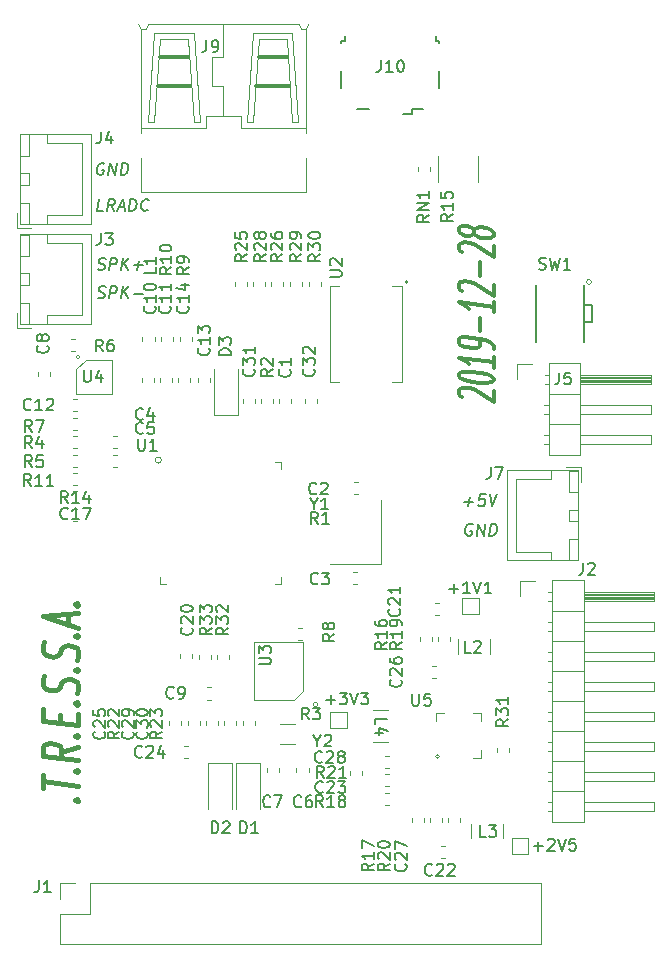
<source format=gbr>
G04 #@! TF.GenerationSoftware,KiCad,Pcbnew,(5.1.4)-1*
G04 #@! TF.CreationDate,2020-02-10T17:26:07+08:00*
G04 #@! TF.ProjectId,F1C100s-i80,46314331-3030-4732-9d69-38302e6b6963,rev?*
G04 #@! TF.SameCoordinates,Original*
G04 #@! TF.FileFunction,Legend,Top*
G04 #@! TF.FilePolarity,Positive*
%FSLAX46Y46*%
G04 Gerber Fmt 4.6, Leading zero omitted, Abs format (unit mm)*
G04 Created by KiCad (PCBNEW (5.1.4)-1) date 2020-02-10 17:26:07*
%MOMM*%
%LPD*%
G04 APERTURE LIST*
%ADD10C,0.375000*%
%ADD11C,0.400000*%
%ADD12C,0.150000*%
%ADD13C,0.120000*%
%ADD14C,0.300000*%
%ADD15C,0.200000*%
G04 APERTURE END LIST*
D10*
X78442857Y-51540290D02*
X78300000Y-51451004D01*
X78157142Y-51290290D01*
X78157142Y-50933147D01*
X78300000Y-50808147D01*
X78442857Y-50754575D01*
X78728571Y-50718861D01*
X79014285Y-50754575D01*
X79442857Y-50879575D01*
X81157142Y-51951004D01*
X81157142Y-51022433D01*
X78157142Y-49718861D02*
X78157142Y-49576004D01*
X78300000Y-49451004D01*
X78442857Y-49397433D01*
X78728571Y-49361718D01*
X79300000Y-49361718D01*
X80014285Y-49451004D01*
X80585714Y-49593861D01*
X80871428Y-49701004D01*
X81014285Y-49790290D01*
X81157142Y-49951004D01*
X81157142Y-50093861D01*
X81014285Y-50218861D01*
X80871428Y-50272433D01*
X80585714Y-50308147D01*
X80014285Y-50308147D01*
X79300000Y-50218861D01*
X78728571Y-50076004D01*
X78442857Y-49968861D01*
X78300000Y-49879575D01*
X78157142Y-49718861D01*
X81157142Y-48165290D02*
X81157142Y-49022433D01*
X81157142Y-48593861D02*
X78157142Y-48218861D01*
X78585714Y-48415290D01*
X78871428Y-48593861D01*
X79014285Y-48754575D01*
X81157142Y-47451004D02*
X81157142Y-47165290D01*
X81014285Y-47004575D01*
X80871428Y-46915290D01*
X80442857Y-46718861D01*
X79871428Y-46576004D01*
X78728571Y-46433147D01*
X78442857Y-46468861D01*
X78300000Y-46522433D01*
X78157142Y-46647433D01*
X78157142Y-46933147D01*
X78300000Y-47093861D01*
X78442857Y-47183147D01*
X78728571Y-47290290D01*
X79442857Y-47379575D01*
X79728571Y-47343861D01*
X79871428Y-47290290D01*
X80014285Y-47165290D01*
X80014285Y-46879575D01*
X79871428Y-46718861D01*
X79728571Y-46629575D01*
X79442857Y-46522433D01*
X80014285Y-45951004D02*
X80014285Y-44808147D01*
X81157142Y-43451004D02*
X81157142Y-44308147D01*
X81157142Y-43879575D02*
X78157142Y-43504575D01*
X78585714Y-43701004D01*
X78871428Y-43879575D01*
X79014285Y-44040290D01*
X78442857Y-42540290D02*
X78300000Y-42451004D01*
X78157142Y-42290290D01*
X78157142Y-41933147D01*
X78300000Y-41808147D01*
X78442857Y-41754575D01*
X78728571Y-41718861D01*
X79014285Y-41754575D01*
X79442857Y-41879575D01*
X81157142Y-42951004D01*
X81157142Y-42022433D01*
X80014285Y-41236718D02*
X80014285Y-40093861D01*
X78442857Y-39254575D02*
X78300000Y-39165290D01*
X78157142Y-39004575D01*
X78157142Y-38647433D01*
X78300000Y-38522433D01*
X78442857Y-38468861D01*
X78728571Y-38433147D01*
X79014285Y-38468861D01*
X79442857Y-38593861D01*
X81157142Y-39665290D01*
X81157142Y-38736718D01*
X79442857Y-37665290D02*
X79300000Y-37790290D01*
X79157142Y-37843861D01*
X78871428Y-37879575D01*
X78728571Y-37861718D01*
X78442857Y-37754575D01*
X78300000Y-37665290D01*
X78157142Y-37504575D01*
X78157142Y-37218861D01*
X78300000Y-37093861D01*
X78442857Y-37040290D01*
X78728571Y-37004575D01*
X78871428Y-37022433D01*
X79157142Y-37129575D01*
X79300000Y-37218861D01*
X79442857Y-37379575D01*
X79442857Y-37665290D01*
X79585714Y-37826004D01*
X79728571Y-37915290D01*
X80014285Y-38022433D01*
X80585714Y-38093861D01*
X80871428Y-38058147D01*
X81014285Y-38004575D01*
X81157142Y-37879575D01*
X81157142Y-37593861D01*
X81014285Y-37433147D01*
X80871428Y-37343861D01*
X80585714Y-37236718D01*
X80014285Y-37165290D01*
X79728571Y-37201004D01*
X79585714Y-37254575D01*
X79442857Y-37379575D01*
D11*
X45671428Y-85645892D02*
X45814285Y-85568511D01*
X45957142Y-85681607D01*
X45814285Y-85758988D01*
X45671428Y-85645892D01*
X45957142Y-85681607D01*
X42957142Y-84639940D02*
X42957142Y-83497083D01*
X45957142Y-84443511D02*
X42957142Y-84068511D01*
X45671428Y-83169702D02*
X45814285Y-83092321D01*
X45957142Y-83205416D01*
X45814285Y-83282797D01*
X45671428Y-83169702D01*
X45957142Y-83205416D01*
X45957142Y-81110178D02*
X44528571Y-81598273D01*
X45957142Y-82253035D02*
X42957142Y-81878035D01*
X42957142Y-81116130D01*
X43100000Y-80943511D01*
X43242857Y-80866130D01*
X43528571Y-80806607D01*
X43957142Y-80860178D01*
X44242857Y-80991130D01*
X44385714Y-81104226D01*
X44528571Y-81312559D01*
X44528571Y-82074464D01*
X45671428Y-80217321D02*
X45814285Y-80139940D01*
X45957142Y-80253035D01*
X45814285Y-80330416D01*
X45671428Y-80217321D01*
X45957142Y-80253035D01*
X44385714Y-79104226D02*
X44385714Y-78437559D01*
X45957142Y-78348273D02*
X45957142Y-79300654D01*
X42957142Y-78925654D01*
X42957142Y-77973273D01*
X45671428Y-77455416D02*
X45814285Y-77378035D01*
X45957142Y-77491130D01*
X45814285Y-77568511D01*
X45671428Y-77455416D01*
X45957142Y-77491130D01*
X45814285Y-76616130D02*
X45957142Y-76348273D01*
X45957142Y-75872083D01*
X45814285Y-75663750D01*
X45671428Y-75550654D01*
X45385714Y-75419702D01*
X45100000Y-75383988D01*
X44814285Y-75443511D01*
X44671428Y-75520892D01*
X44528571Y-75693511D01*
X44385714Y-76056607D01*
X44242857Y-76229226D01*
X44100000Y-76306607D01*
X43814285Y-76366130D01*
X43528571Y-76330416D01*
X43242857Y-76199464D01*
X43100000Y-76086369D01*
X42957142Y-75878035D01*
X42957142Y-75401845D01*
X43100000Y-75133988D01*
X45671428Y-74598273D02*
X45814285Y-74520892D01*
X45957142Y-74633988D01*
X45814285Y-74711369D01*
X45671428Y-74598273D01*
X45957142Y-74633988D01*
X45814285Y-73758988D02*
X45957142Y-73491130D01*
X45957142Y-73014940D01*
X45814285Y-72806607D01*
X45671428Y-72693511D01*
X45385714Y-72562559D01*
X45100000Y-72526845D01*
X44814285Y-72586369D01*
X44671428Y-72663750D01*
X44528571Y-72836369D01*
X44385714Y-73199464D01*
X44242857Y-73372083D01*
X44100000Y-73449464D01*
X43814285Y-73508988D01*
X43528571Y-73473273D01*
X43242857Y-73342321D01*
X43100000Y-73229226D01*
X42957142Y-73020892D01*
X42957142Y-72544702D01*
X43100000Y-72276845D01*
X45671428Y-71741130D02*
X45814285Y-71663750D01*
X45957142Y-71776845D01*
X45814285Y-71854226D01*
X45671428Y-71741130D01*
X45957142Y-71776845D01*
X45100000Y-70812559D02*
X45100000Y-69860178D01*
X45957142Y-71110178D02*
X42957142Y-70068511D01*
X45957142Y-69776845D01*
X45671428Y-69074464D02*
X45814285Y-68997083D01*
X45957142Y-69110178D01*
X45814285Y-69187559D01*
X45671428Y-69074464D01*
X45957142Y-69110178D01*
D12*
X79357157Y-62300000D02*
X79267872Y-62252380D01*
X79125014Y-62252380D01*
X78976205Y-62300000D01*
X78869062Y-62395238D01*
X78809538Y-62490476D01*
X78738110Y-62680952D01*
X78720252Y-62823809D01*
X78744062Y-63014285D01*
X78779776Y-63109523D01*
X78863110Y-63204761D01*
X79000014Y-63252380D01*
X79095252Y-63252380D01*
X79244062Y-63204761D01*
X79297633Y-63157142D01*
X79339300Y-62823809D01*
X79148824Y-62823809D01*
X79714300Y-63252380D02*
X79839300Y-62252380D01*
X80285729Y-63252380D01*
X80410729Y-62252380D01*
X80761919Y-63252380D02*
X80886919Y-62252380D01*
X81125014Y-62252380D01*
X81261919Y-62300000D01*
X81345252Y-62395238D01*
X81380967Y-62490476D01*
X81404776Y-62680952D01*
X81386919Y-62823809D01*
X81315491Y-63014285D01*
X81255967Y-63109523D01*
X81148824Y-63204761D01*
X81000014Y-63252380D01*
X80761919Y-63252380D01*
X78661919Y-60371428D02*
X79423824Y-60371428D01*
X78995252Y-60752380D02*
X79090491Y-59990476D01*
X80453586Y-59752380D02*
X79977395Y-59752380D01*
X79870252Y-60228571D01*
X79923824Y-60180952D01*
X80025014Y-60133333D01*
X80263110Y-60133333D01*
X80352395Y-60180952D01*
X80394062Y-60228571D01*
X80429776Y-60323809D01*
X80400014Y-60561904D01*
X80340491Y-60657142D01*
X80286919Y-60704761D01*
X80185729Y-60752380D01*
X79947633Y-60752380D01*
X79858348Y-60704761D01*
X79816681Y-60657142D01*
X80786919Y-59752380D02*
X80995252Y-60752380D01*
X81453586Y-59752380D01*
X47601205Y-43104761D02*
X47738110Y-43152380D01*
X47976205Y-43152380D01*
X48077395Y-43104761D01*
X48130967Y-43057142D01*
X48190491Y-42961904D01*
X48202395Y-42866666D01*
X48166681Y-42771428D01*
X48125014Y-42723809D01*
X48035729Y-42676190D01*
X47851205Y-42628571D01*
X47761919Y-42580952D01*
X47720252Y-42533333D01*
X47684538Y-42438095D01*
X47696443Y-42342857D01*
X47755967Y-42247619D01*
X47809538Y-42200000D01*
X47910729Y-42152380D01*
X48148824Y-42152380D01*
X48285729Y-42200000D01*
X48595252Y-43152380D02*
X48720252Y-42152380D01*
X49101205Y-42152380D01*
X49190491Y-42200000D01*
X49232157Y-42247619D01*
X49267872Y-42342857D01*
X49250014Y-42485714D01*
X49190491Y-42580952D01*
X49136919Y-42628571D01*
X49035729Y-42676190D01*
X48654776Y-42676190D01*
X49595252Y-43152380D02*
X49720252Y-42152380D01*
X50166681Y-43152380D02*
X49809538Y-42580952D01*
X50291681Y-42152380D02*
X49648824Y-42723809D01*
X50642872Y-42771428D02*
X51404776Y-42771428D01*
X47601205Y-40704761D02*
X47738110Y-40752380D01*
X47976205Y-40752380D01*
X48077395Y-40704761D01*
X48130967Y-40657142D01*
X48190491Y-40561904D01*
X48202395Y-40466666D01*
X48166681Y-40371428D01*
X48125014Y-40323809D01*
X48035729Y-40276190D01*
X47851205Y-40228571D01*
X47761919Y-40180952D01*
X47720252Y-40133333D01*
X47684538Y-40038095D01*
X47696443Y-39942857D01*
X47755967Y-39847619D01*
X47809538Y-39800000D01*
X47910729Y-39752380D01*
X48148824Y-39752380D01*
X48285729Y-39800000D01*
X48595252Y-40752380D02*
X48720252Y-39752380D01*
X49101205Y-39752380D01*
X49190491Y-39800000D01*
X49232157Y-39847619D01*
X49267872Y-39942857D01*
X49250014Y-40085714D01*
X49190491Y-40180952D01*
X49136919Y-40228571D01*
X49035729Y-40276190D01*
X48654776Y-40276190D01*
X49595252Y-40752380D02*
X49720252Y-39752380D01*
X50166681Y-40752380D02*
X49809538Y-40180952D01*
X50291681Y-39752380D02*
X49648824Y-40323809D01*
X50642872Y-40371428D02*
X51404776Y-40371428D01*
X50976205Y-40752380D02*
X51071443Y-39990476D01*
X48157157Y-31758000D02*
X48067872Y-31710380D01*
X47925014Y-31710380D01*
X47776205Y-31758000D01*
X47669062Y-31853238D01*
X47609538Y-31948476D01*
X47538110Y-32138952D01*
X47520252Y-32281809D01*
X47544062Y-32472285D01*
X47579776Y-32567523D01*
X47663110Y-32662761D01*
X47800014Y-32710380D01*
X47895252Y-32710380D01*
X48044062Y-32662761D01*
X48097633Y-32615142D01*
X48139300Y-32281809D01*
X47948824Y-32281809D01*
X48514300Y-32710380D02*
X48639300Y-31710380D01*
X49085729Y-32710380D01*
X49210729Y-31710380D01*
X49561919Y-32710380D02*
X49686919Y-31710380D01*
X49925014Y-31710380D01*
X50061919Y-31758000D01*
X50145252Y-31853238D01*
X50180967Y-31948476D01*
X50204776Y-32138952D01*
X50186919Y-32281809D01*
X50115491Y-32472285D01*
X50055967Y-32567523D01*
X49948824Y-32662761D01*
X49800014Y-32710380D01*
X49561919Y-32710380D01*
X48064967Y-35758380D02*
X47588776Y-35758380D01*
X47713776Y-34758380D01*
X48969729Y-35758380D02*
X48695919Y-35282190D01*
X48398300Y-35758380D02*
X48523300Y-34758380D01*
X48904252Y-34758380D01*
X48993538Y-34806000D01*
X49035205Y-34853619D01*
X49070919Y-34948857D01*
X49053062Y-35091714D01*
X48993538Y-35186952D01*
X48939967Y-35234571D01*
X48838776Y-35282190D01*
X48457824Y-35282190D01*
X49386395Y-35472666D02*
X49862586Y-35472666D01*
X49255443Y-35758380D02*
X49713776Y-34758380D01*
X49922110Y-35758380D01*
X50255443Y-35758380D02*
X50380443Y-34758380D01*
X50618538Y-34758380D01*
X50755443Y-34806000D01*
X50838776Y-34901238D01*
X50874491Y-34996476D01*
X50898300Y-35186952D01*
X50880443Y-35329809D01*
X50809014Y-35520285D01*
X50749491Y-35615523D01*
X50642348Y-35710761D01*
X50493538Y-35758380D01*
X50255443Y-35758380D01*
X51838776Y-35663142D02*
X51785205Y-35710761D01*
X51636395Y-35758380D01*
X51541157Y-35758380D01*
X51404252Y-35710761D01*
X51320919Y-35615523D01*
X51285205Y-35520285D01*
X51261395Y-35329809D01*
X51279252Y-35186952D01*
X51350681Y-34996476D01*
X51410205Y-34901238D01*
X51517348Y-34806000D01*
X51666157Y-34758380D01*
X51761395Y-34758380D01*
X51898300Y-34806000D01*
X51939967Y-34853619D01*
D13*
X71953733Y-81890000D02*
X72296267Y-81890000D01*
X71953733Y-82910000D02*
X72296267Y-82910000D01*
D14*
X61250000Y-22720000D02*
X63600000Y-22720000D01*
X61050000Y-25220000D02*
X63780000Y-25220000D01*
D13*
X61250000Y-21220000D02*
X63600000Y-21220000D01*
X64100000Y-28220000D02*
X63600000Y-21220000D01*
X60750000Y-28220000D02*
X61250000Y-21220000D01*
X64600000Y-28220000D02*
X64100000Y-28220000D01*
X60250000Y-28220000D02*
X60750000Y-28220000D01*
X64100000Y-20720000D02*
X64600000Y-28220000D01*
X60750000Y-20720000D02*
X64100000Y-20720000D01*
X60250000Y-28220000D02*
X60750000Y-20720000D01*
D14*
X52700000Y-25220000D02*
X55430000Y-25220000D01*
X52900000Y-22720000D02*
X55250000Y-22720000D01*
D13*
X52900000Y-21220000D02*
X55250000Y-21220000D01*
X55750000Y-28220000D02*
X55250000Y-21220000D01*
X52400000Y-28220000D02*
X52900000Y-21220000D01*
X56250000Y-28220000D02*
X55750000Y-28220000D01*
X51900000Y-28220000D02*
X52400000Y-28220000D01*
X55750000Y-20720000D02*
X56250000Y-28220000D01*
X52400000Y-20720000D02*
X55750000Y-20720000D01*
X51900000Y-28220000D02*
X52400000Y-20720000D01*
X58250000Y-22720000D02*
X58250000Y-19920000D01*
X57250000Y-22720000D02*
X58250000Y-22720000D01*
X57250000Y-25220000D02*
X57250000Y-22720000D01*
X58250000Y-25220000D02*
X57250000Y-25220000D01*
X58250000Y-27720000D02*
X58250000Y-25220000D01*
X56750000Y-27720000D02*
X59750000Y-27720000D01*
X59750000Y-28720000D02*
X59750000Y-27720000D01*
X56750000Y-28720000D02*
X56750000Y-27720000D01*
X59750000Y-28720000D02*
X65250000Y-28720000D01*
X51250000Y-28720000D02*
X56750000Y-28720000D01*
X64810000Y-20320000D02*
X64650000Y-19920000D01*
X64810000Y-20320000D02*
X65250000Y-20320000D01*
X51690000Y-20320000D02*
X51850000Y-19920000D01*
X51250000Y-20320000D02*
X51690000Y-20320000D01*
X51850000Y-19920000D02*
X64650000Y-19920000D01*
X65250000Y-20320000D02*
X65450000Y-19920000D01*
X65250000Y-29170000D02*
X65250000Y-20320000D01*
X65250000Y-34120000D02*
X65250000Y-31320000D01*
X51250000Y-29170000D02*
X51250000Y-20320000D01*
X51250000Y-34120000D02*
X51250000Y-31320000D01*
X51250000Y-34120000D02*
X65250000Y-34120000D01*
X51250000Y-20320000D02*
X51050000Y-19920000D01*
X76542429Y-81942500D02*
G75*
G03X76542429Y-81942500I-174929J0D01*
G01*
X80072500Y-82097500D02*
X79347500Y-82097500D01*
X80072500Y-81372500D02*
X80072500Y-82097500D01*
X80072500Y-78247500D02*
X79347500Y-78247500D01*
X80072500Y-78972500D02*
X80072500Y-78247500D01*
X76222500Y-78247500D02*
X76947500Y-78247500D01*
X76222500Y-78972500D02*
X76222500Y-78247500D01*
X83380000Y-67100000D02*
X84650000Y-67100000D01*
X83380000Y-68370000D02*
X83380000Y-67100000D01*
X85692929Y-86530000D02*
X86090000Y-86530000D01*
X85692929Y-85770000D02*
X86090000Y-85770000D01*
X94750000Y-86530000D02*
X88750000Y-86530000D01*
X94750000Y-85770000D02*
X94750000Y-86530000D01*
X88750000Y-85770000D02*
X94750000Y-85770000D01*
X86090000Y-84880000D02*
X88750000Y-84880000D01*
X85692929Y-83990000D02*
X86090000Y-83990000D01*
X85692929Y-83230000D02*
X86090000Y-83230000D01*
X94750000Y-83990000D02*
X88750000Y-83990000D01*
X94750000Y-83230000D02*
X94750000Y-83990000D01*
X88750000Y-83230000D02*
X94750000Y-83230000D01*
X86090000Y-82340000D02*
X88750000Y-82340000D01*
X85692929Y-81450000D02*
X86090000Y-81450000D01*
X85692929Y-80690000D02*
X86090000Y-80690000D01*
X94750000Y-81450000D02*
X88750000Y-81450000D01*
X94750000Y-80690000D02*
X94750000Y-81450000D01*
X88750000Y-80690000D02*
X94750000Y-80690000D01*
X86090000Y-79800000D02*
X88750000Y-79800000D01*
X85692929Y-78910000D02*
X86090000Y-78910000D01*
X85692929Y-78150000D02*
X86090000Y-78150000D01*
X94750000Y-78910000D02*
X88750000Y-78910000D01*
X94750000Y-78150000D02*
X94750000Y-78910000D01*
X88750000Y-78150000D02*
X94750000Y-78150000D01*
X86090000Y-77260000D02*
X88750000Y-77260000D01*
X85692929Y-76370000D02*
X86090000Y-76370000D01*
X85692929Y-75610000D02*
X86090000Y-75610000D01*
X94750000Y-76370000D02*
X88750000Y-76370000D01*
X94750000Y-75610000D02*
X94750000Y-76370000D01*
X88750000Y-75610000D02*
X94750000Y-75610000D01*
X86090000Y-74720000D02*
X88750000Y-74720000D01*
X85692929Y-73830000D02*
X86090000Y-73830000D01*
X85692929Y-73070000D02*
X86090000Y-73070000D01*
X94750000Y-73830000D02*
X88750000Y-73830000D01*
X94750000Y-73070000D02*
X94750000Y-73830000D01*
X88750000Y-73070000D02*
X94750000Y-73070000D01*
X86090000Y-72180000D02*
X88750000Y-72180000D01*
X85692929Y-71290000D02*
X86090000Y-71290000D01*
X85692929Y-70530000D02*
X86090000Y-70530000D01*
X94750000Y-71290000D02*
X88750000Y-71290000D01*
X94750000Y-70530000D02*
X94750000Y-71290000D01*
X88750000Y-70530000D02*
X94750000Y-70530000D01*
X86090000Y-69640000D02*
X88750000Y-69640000D01*
X85760000Y-68750000D02*
X86090000Y-68750000D01*
X85760000Y-67990000D02*
X86090000Y-67990000D01*
X88750000Y-68650000D02*
X94750000Y-68650000D01*
X88750000Y-68530000D02*
X94750000Y-68530000D01*
X88750000Y-68410000D02*
X94750000Y-68410000D01*
X88750000Y-68290000D02*
X94750000Y-68290000D01*
X88750000Y-68170000D02*
X94750000Y-68170000D01*
X88750000Y-68050000D02*
X94750000Y-68050000D01*
X94750000Y-68750000D02*
X88750000Y-68750000D01*
X94750000Y-67990000D02*
X94750000Y-68750000D01*
X88750000Y-67990000D02*
X94750000Y-67990000D01*
X88750000Y-67040000D02*
X86090000Y-67040000D01*
X88750000Y-87480000D02*
X88750000Y-67040000D01*
X86090000Y-87480000D02*
X88750000Y-87480000D01*
X86090000Y-67040000D02*
X86090000Y-87480000D01*
X61430000Y-51688733D02*
X61430000Y-52031267D01*
X62450000Y-51688733D02*
X62450000Y-52031267D01*
X63980000Y-52031267D02*
X63980000Y-51688733D01*
X62960000Y-52031267D02*
X62960000Y-51688733D01*
X69611267Y-58740000D02*
X69268733Y-58740000D01*
X69611267Y-59760000D02*
X69268733Y-59760000D01*
X69243733Y-67360000D02*
X69586267Y-67360000D01*
X69243733Y-66340000D02*
X69586267Y-66340000D01*
X48913733Y-54815000D02*
X49256267Y-54815000D01*
X48913733Y-55835000D02*
X49256267Y-55835000D01*
X48913733Y-57410000D02*
X49256267Y-57410000D01*
X48913733Y-56390000D02*
X49256267Y-56390000D01*
X65460000Y-82928733D02*
X65460000Y-83271267D01*
X64440000Y-82928733D02*
X64440000Y-83271267D01*
X61930000Y-82918733D02*
X61930000Y-83261267D01*
X62950000Y-82918733D02*
X62950000Y-83261267D01*
X43595000Y-49746267D02*
X43595000Y-49403733D01*
X42575000Y-49746267D02*
X42575000Y-49403733D01*
X57221267Y-77130000D02*
X56878733Y-77130000D01*
X57221267Y-76110000D02*
X56878733Y-76110000D01*
X52385000Y-49878733D02*
X52385000Y-50221267D01*
X51365000Y-49878733D02*
X51365000Y-50221267D01*
X52915000Y-49878733D02*
X52915000Y-50221267D01*
X53935000Y-49878733D02*
X53935000Y-50221267D01*
X45881267Y-52710000D02*
X45538733Y-52710000D01*
X45881267Y-51690000D02*
X45538733Y-51690000D01*
X56060000Y-50231267D02*
X56060000Y-49888733D01*
X57080000Y-50231267D02*
X57080000Y-49888733D01*
X54440000Y-50221267D02*
X54440000Y-49878733D01*
X55460000Y-50221267D02*
X55460000Y-49878733D01*
X45886267Y-60510000D02*
X45543733Y-60510000D01*
X45886267Y-59490000D02*
X45543733Y-59490000D01*
X55630000Y-73273733D02*
X55630000Y-73616267D01*
X54610000Y-73273733D02*
X54610000Y-73616267D01*
X76484267Y-68959000D02*
X76141733Y-68959000D01*
X76484267Y-69979000D02*
X76141733Y-69979000D01*
X77046267Y-89540000D02*
X76703733Y-89540000D01*
X77046267Y-90560000D02*
X76703733Y-90560000D01*
X69960000Y-83153733D02*
X69960000Y-83496267D01*
X68940000Y-83153733D02*
X68940000Y-83496267D01*
X55236267Y-81090000D02*
X54893733Y-81090000D01*
X55236267Y-82110000D02*
X54893733Y-82110000D01*
X53650000Y-78958733D02*
X53650000Y-79301267D01*
X54670000Y-78958733D02*
X54670000Y-79301267D01*
X75915733Y-74293000D02*
X76258267Y-74293000D01*
X75915733Y-75313000D02*
X76258267Y-75313000D01*
X77290000Y-87496267D02*
X77290000Y-87153733D01*
X78310000Y-87496267D02*
X78310000Y-87153733D01*
X56780000Y-78953733D02*
X56780000Y-79296267D01*
X57800000Y-78953733D02*
X57800000Y-79296267D01*
X58340000Y-79296267D02*
X58340000Y-78953733D01*
X59360000Y-79296267D02*
X59360000Y-78953733D01*
X59910000Y-52031267D02*
X59910000Y-51688733D01*
X60930000Y-52031267D02*
X60930000Y-51688733D01*
X66150000Y-52051267D02*
X66150000Y-51708733D01*
X65130000Y-52051267D02*
X65130000Y-51708733D01*
X61340000Y-82520000D02*
X59340000Y-82520000D01*
X59340000Y-82520000D02*
X59340000Y-86420000D01*
X61340000Y-82520000D02*
X61340000Y-86420000D01*
X58950000Y-82510000D02*
X58950000Y-86410000D01*
X56950000Y-82510000D02*
X56950000Y-86410000D01*
X58950000Y-82510000D02*
X56950000Y-82510000D01*
X44390000Y-97850000D02*
X44390000Y-95250000D01*
X44390000Y-97850000D02*
X85150000Y-97850000D01*
X85150000Y-97850000D02*
X85150000Y-92650000D01*
X46990000Y-92650000D02*
X85150000Y-92650000D01*
X46990000Y-95250000D02*
X46990000Y-92650000D01*
X44390000Y-95250000D02*
X46990000Y-95250000D01*
X44390000Y-92650000D02*
X45720000Y-92650000D01*
X44390000Y-93980000D02*
X44390000Y-92650000D01*
X41040000Y-45370000D02*
X47010000Y-45370000D01*
X47010000Y-45370000D02*
X47010000Y-37750000D01*
X47010000Y-37750000D02*
X41040000Y-37750000D01*
X41040000Y-37750000D02*
X41040000Y-45370000D01*
X41050000Y-42060000D02*
X41800000Y-42060000D01*
X41800000Y-42060000D02*
X41800000Y-41060000D01*
X41800000Y-41060000D02*
X41050000Y-41060000D01*
X41050000Y-41060000D02*
X41050000Y-42060000D01*
X41050000Y-45360000D02*
X41800000Y-45360000D01*
X41800000Y-45360000D02*
X41800000Y-43560000D01*
X41800000Y-43560000D02*
X41050000Y-43560000D01*
X41050000Y-43560000D02*
X41050000Y-45360000D01*
X41050000Y-39560000D02*
X41800000Y-39560000D01*
X41800000Y-39560000D02*
X41800000Y-37760000D01*
X41800000Y-37760000D02*
X41050000Y-37760000D01*
X41050000Y-37760000D02*
X41050000Y-39560000D01*
X43300000Y-45360000D02*
X43300000Y-44610000D01*
X43300000Y-44610000D02*
X46250000Y-44610000D01*
X46250000Y-44610000D02*
X46250000Y-41560000D01*
X43300000Y-37760000D02*
X43300000Y-38510000D01*
X43300000Y-38510000D02*
X46250000Y-38510000D01*
X46250000Y-38510000D02*
X46250000Y-41560000D01*
X40750000Y-44410000D02*
X40750000Y-45660000D01*
X40750000Y-45660000D02*
X42000000Y-45660000D01*
X41040000Y-36890000D02*
X47010000Y-36890000D01*
X47010000Y-36890000D02*
X47010000Y-29270000D01*
X47010000Y-29270000D02*
X41040000Y-29270000D01*
X41040000Y-29270000D02*
X41040000Y-36890000D01*
X41050000Y-33580000D02*
X41800000Y-33580000D01*
X41800000Y-33580000D02*
X41800000Y-32580000D01*
X41800000Y-32580000D02*
X41050000Y-32580000D01*
X41050000Y-32580000D02*
X41050000Y-33580000D01*
X41050000Y-36880000D02*
X41800000Y-36880000D01*
X41800000Y-36880000D02*
X41800000Y-35080000D01*
X41800000Y-35080000D02*
X41050000Y-35080000D01*
X41050000Y-35080000D02*
X41050000Y-36880000D01*
X41050000Y-31080000D02*
X41800000Y-31080000D01*
X41800000Y-31080000D02*
X41800000Y-29280000D01*
X41800000Y-29280000D02*
X41050000Y-29280000D01*
X41050000Y-29280000D02*
X41050000Y-31080000D01*
X43300000Y-36880000D02*
X43300000Y-36130000D01*
X43300000Y-36130000D02*
X46250000Y-36130000D01*
X46250000Y-36130000D02*
X46250000Y-33080000D01*
X43300000Y-29280000D02*
X43300000Y-30030000D01*
X43300000Y-30030000D02*
X46250000Y-30030000D01*
X46250000Y-30030000D02*
X46250000Y-33080000D01*
X40750000Y-35930000D02*
X40750000Y-37180000D01*
X40750000Y-37180000D02*
X42000000Y-37180000D01*
X85790000Y-48670000D02*
X85790000Y-56410000D01*
X85790000Y-56410000D02*
X88450000Y-56410000D01*
X88450000Y-56410000D02*
X88450000Y-48670000D01*
X88450000Y-48670000D02*
X85790000Y-48670000D01*
X88450000Y-49620000D02*
X94450000Y-49620000D01*
X94450000Y-49620000D02*
X94450000Y-50380000D01*
X94450000Y-50380000D02*
X88450000Y-50380000D01*
X88450000Y-49680000D02*
X94450000Y-49680000D01*
X88450000Y-49800000D02*
X94450000Y-49800000D01*
X88450000Y-49920000D02*
X94450000Y-49920000D01*
X88450000Y-50040000D02*
X94450000Y-50040000D01*
X88450000Y-50160000D02*
X94450000Y-50160000D01*
X88450000Y-50280000D02*
X94450000Y-50280000D01*
X85460000Y-49620000D02*
X85790000Y-49620000D01*
X85460000Y-50380000D02*
X85790000Y-50380000D01*
X85790000Y-51270000D02*
X88450000Y-51270000D01*
X88450000Y-52160000D02*
X94450000Y-52160000D01*
X94450000Y-52160000D02*
X94450000Y-52920000D01*
X94450000Y-52920000D02*
X88450000Y-52920000D01*
X85392929Y-52160000D02*
X85790000Y-52160000D01*
X85392929Y-52920000D02*
X85790000Y-52920000D01*
X85790000Y-53810000D02*
X88450000Y-53810000D01*
X88450000Y-54700000D02*
X94450000Y-54700000D01*
X94450000Y-54700000D02*
X94450000Y-55460000D01*
X94450000Y-55460000D02*
X88450000Y-55460000D01*
X85392929Y-54700000D02*
X85790000Y-54700000D01*
X85392929Y-55460000D02*
X85790000Y-55460000D01*
X83080000Y-50000000D02*
X83080000Y-48730000D01*
X83080000Y-48730000D02*
X84350000Y-48730000D01*
X88550000Y-57450000D02*
X87300000Y-57450000D01*
X88550000Y-58700000D02*
X88550000Y-57450000D01*
X83050000Y-64600000D02*
X83050000Y-61550000D01*
X86000000Y-64600000D02*
X83050000Y-64600000D01*
X86000000Y-65350000D02*
X86000000Y-64600000D01*
X83050000Y-58500000D02*
X83050000Y-61550000D01*
X86000000Y-58500000D02*
X83050000Y-58500000D01*
X86000000Y-57750000D02*
X86000000Y-58500000D01*
X88250000Y-65350000D02*
X88250000Y-63550000D01*
X87500000Y-65350000D02*
X88250000Y-65350000D01*
X87500000Y-63550000D02*
X87500000Y-65350000D01*
X88250000Y-63550000D02*
X87500000Y-63550000D01*
X88250000Y-59550000D02*
X88250000Y-57750000D01*
X87500000Y-59550000D02*
X88250000Y-59550000D01*
X87500000Y-57750000D02*
X87500000Y-59550000D01*
X88250000Y-57750000D02*
X87500000Y-57750000D01*
X88250000Y-62050000D02*
X88250000Y-61050000D01*
X87500000Y-62050000D02*
X88250000Y-62050000D01*
X87500000Y-61050000D02*
X87500000Y-62050000D01*
X88250000Y-61050000D02*
X87500000Y-61050000D01*
X88260000Y-65360000D02*
X88260000Y-57740000D01*
X82290000Y-65360000D02*
X88260000Y-65360000D01*
X82290000Y-57740000D02*
X82290000Y-65360000D01*
X88260000Y-57740000D02*
X82290000Y-57740000D01*
D12*
X70580000Y-27101500D02*
X69580000Y-27101500D01*
X74180000Y-27101500D02*
X75180000Y-27101500D01*
X74180000Y-27526500D02*
X74180000Y-27101500D01*
X73455000Y-27526500D02*
X74180000Y-27526500D01*
X68230000Y-23951500D02*
X68230000Y-25351500D01*
X68230000Y-21401500D02*
X68230000Y-21551500D01*
X68530000Y-21401500D02*
X68230000Y-21401500D01*
X68530000Y-20951500D02*
X68530000Y-21401500D01*
X76230000Y-21401500D02*
X76230000Y-20951500D01*
X76530000Y-21401500D02*
X76230000Y-21401500D01*
X76530000Y-21551500D02*
X76530000Y-21401500D01*
X76530000Y-25351500D02*
X76530000Y-23951500D01*
D13*
X52420000Y-46428733D02*
X52420000Y-46771267D01*
X51400000Y-46428733D02*
X51400000Y-46771267D01*
X78078500Y-72038936D02*
X78078500Y-73243064D01*
X80798500Y-72038936D02*
X80798500Y-73243064D01*
X79240000Y-88852064D02*
X79240000Y-87647936D01*
X81960000Y-88852064D02*
X81960000Y-87647936D01*
X70947936Y-78040000D02*
X72152064Y-78040000D01*
X70947936Y-80760000D02*
X72152064Y-80760000D01*
X45881267Y-55835000D02*
X45538733Y-55835000D01*
X45881267Y-54815000D02*
X45538733Y-54815000D01*
X45881267Y-56390000D02*
X45538733Y-56390000D01*
X45881267Y-57410000D02*
X45538733Y-57410000D01*
X45681267Y-46590000D02*
X45338733Y-46590000D01*
X45681267Y-47610000D02*
X45338733Y-47610000D01*
X45538733Y-53265000D02*
X45881267Y-53265000D01*
X45538733Y-54285000D02*
X45881267Y-54285000D01*
X64871267Y-72060000D02*
X64528733Y-72060000D01*
X64871267Y-71040000D02*
X64528733Y-71040000D01*
X54550000Y-46756267D02*
X54550000Y-46413733D01*
X55570000Y-46756267D02*
X55570000Y-46413733D01*
X53950000Y-46766267D02*
X53950000Y-46423733D01*
X52930000Y-46766267D02*
X52930000Y-46423733D01*
X45548733Y-58980000D02*
X45891267Y-58980000D01*
X45548733Y-57960000D02*
X45891267Y-57960000D01*
X45533733Y-60970000D02*
X45876267Y-60970000D01*
X45533733Y-61990000D02*
X45876267Y-61990000D01*
X74730000Y-32068733D02*
X74730000Y-32411267D01*
X75750000Y-32068733D02*
X75750000Y-32411267D01*
X75884500Y-72194267D02*
X75884500Y-71851733D01*
X74864500Y-72194267D02*
X74864500Y-71851733D01*
X75210000Y-87153733D02*
X75210000Y-87496267D01*
X74190000Y-87153733D02*
X74190000Y-87496267D01*
X72296267Y-85040000D02*
X71953733Y-85040000D01*
X72296267Y-86060000D02*
X71953733Y-86060000D01*
X77472000Y-71851733D02*
X77472000Y-72194267D01*
X76452000Y-71851733D02*
X76452000Y-72194267D01*
X76760000Y-87521267D02*
X76760000Y-87178733D01*
X75740000Y-87521267D02*
X75740000Y-87178733D01*
X71953733Y-83440000D02*
X72296267Y-83440000D01*
X71953733Y-84460000D02*
X72296267Y-84460000D01*
X56250000Y-78958733D02*
X56250000Y-79301267D01*
X55230000Y-78958733D02*
X55230000Y-79301267D01*
X59880000Y-79286267D02*
X59880000Y-78943733D01*
X60900000Y-79286267D02*
X60900000Y-78943733D01*
X60250000Y-41803733D02*
X60250000Y-42146267D01*
X59230000Y-41803733D02*
X59230000Y-42146267D01*
X62290000Y-41803733D02*
X62290000Y-42146267D01*
X63310000Y-41803733D02*
X63310000Y-42146267D01*
X60770000Y-41808733D02*
X60770000Y-42151267D01*
X61790000Y-41808733D02*
X61790000Y-42151267D01*
X64910000Y-41803733D02*
X64910000Y-42146267D01*
X63890000Y-41803733D02*
X63890000Y-42146267D01*
X65515000Y-41803733D02*
X65515000Y-42146267D01*
X66535000Y-41803733D02*
X66535000Y-42146267D01*
X81410000Y-81198733D02*
X81410000Y-81541267D01*
X82430000Y-81198733D02*
X82430000Y-81541267D01*
X79820000Y-31140000D02*
X79820000Y-33340000D01*
X76420000Y-31140000D02*
X76420000Y-33340000D01*
X89412132Y-41775000D02*
G75*
G03X89412132Y-41775000I-212132J0D01*
G01*
D15*
X89450000Y-45175000D02*
X88800000Y-45175000D01*
X89450000Y-45025000D02*
X89450000Y-45175000D01*
X89450000Y-43725000D02*
X89450000Y-45025000D01*
X88800000Y-43725000D02*
X89450000Y-43725000D01*
X88750000Y-42075000D02*
X88750000Y-46875000D01*
X84750000Y-42075000D02*
X84750000Y-46875000D01*
D13*
X78484500Y-68515000D02*
X79884500Y-68515000D01*
X79884500Y-68515000D02*
X79884500Y-69915000D01*
X79884500Y-69915000D02*
X78484500Y-69915000D01*
X78484500Y-69915000D02*
X78484500Y-68515000D01*
X82650000Y-88850000D02*
X84050000Y-88850000D01*
X84050000Y-88850000D02*
X84050000Y-90250000D01*
X84050000Y-90250000D02*
X82650000Y-90250000D01*
X82650000Y-90250000D02*
X82650000Y-88850000D01*
X67300000Y-78150000D02*
X68700000Y-78150000D01*
X68700000Y-78150000D02*
X68700000Y-79550000D01*
X68700000Y-79550000D02*
X67300000Y-79550000D01*
X67300000Y-79550000D02*
X67300000Y-78150000D01*
X52870000Y-67330000D02*
X52870000Y-66780000D01*
X53420000Y-67330000D02*
X52870000Y-67330000D01*
X63170000Y-67330000D02*
X63170000Y-66780000D01*
X62620000Y-67330000D02*
X63170000Y-67330000D01*
X63170000Y-57030000D02*
X63170000Y-57580000D01*
X62620000Y-57030000D02*
X63170000Y-57030000D01*
X52990001Y-56860000D02*
G75*
G03X52990001Y-56860000I-258070J0D01*
G01*
X68050000Y-42110000D02*
X67250000Y-42110000D01*
X68050000Y-50210000D02*
X67250000Y-50210000D01*
X67250000Y-50210000D02*
X67250000Y-42110000D01*
X72550000Y-50210000D02*
X73350000Y-50210000D01*
X73350000Y-42110000D02*
X73350000Y-50210000D01*
X72550000Y-42110000D02*
X73350000Y-42110000D01*
X73861803Y-41760000D02*
G75*
G03X73861803Y-41760000I-111803J0D01*
G01*
X65005000Y-76380000D02*
X64205000Y-77180000D01*
X64205000Y-77180000D02*
X60855000Y-77180000D01*
X60855000Y-77180000D02*
X60855000Y-72280000D01*
X60855000Y-72280000D02*
X65005000Y-72280000D01*
X65005000Y-72280000D02*
X65005000Y-76380000D01*
X66233848Y-77530000D02*
G75*
G03X66233848Y-77530000I-183848J0D01*
G01*
X45810000Y-49160000D02*
X46610000Y-48360000D01*
X46610000Y-48360000D02*
X48860000Y-48360000D01*
X48860000Y-48360000D02*
X48860000Y-51290000D01*
X48860000Y-51290000D02*
X45810000Y-51290000D01*
X45810000Y-51290000D02*
X45810000Y-49160000D01*
X46076421Y-48125000D02*
G75*
G03X46076421Y-48125000I-141421J0D01*
G01*
X67300000Y-65650000D02*
X71600000Y-65650000D01*
X71600000Y-65650000D02*
X71600000Y-60250000D01*
X63005000Y-80935000D02*
X64355000Y-80935000D01*
X63005000Y-79185000D02*
X64355000Y-79185000D01*
X57490000Y-53010000D02*
X59490000Y-53010000D01*
X59490000Y-53010000D02*
X59490000Y-49110000D01*
X57490000Y-53010000D02*
X57490000Y-49110000D01*
X58710000Y-73686267D02*
X58710000Y-73343733D01*
X57690000Y-73686267D02*
X57690000Y-73343733D01*
X56160000Y-73686267D02*
X56160000Y-73343733D01*
X57180000Y-73686267D02*
X57180000Y-73343733D01*
D12*
X66603642Y-82399142D02*
X66556023Y-82446761D01*
X66413166Y-82494380D01*
X66317928Y-82494380D01*
X66175071Y-82446761D01*
X66079833Y-82351523D01*
X66032214Y-82256285D01*
X65984595Y-82065809D01*
X65984595Y-81922952D01*
X66032214Y-81732476D01*
X66079833Y-81637238D01*
X66175071Y-81542000D01*
X66317928Y-81494380D01*
X66413166Y-81494380D01*
X66556023Y-81542000D01*
X66603642Y-81589619D01*
X66984595Y-81589619D02*
X67032214Y-81542000D01*
X67127452Y-81494380D01*
X67365547Y-81494380D01*
X67460785Y-81542000D01*
X67508404Y-81589619D01*
X67556023Y-81684857D01*
X67556023Y-81780095D01*
X67508404Y-81922952D01*
X66936976Y-82494380D01*
X67556023Y-82494380D01*
X68127452Y-81922952D02*
X68032214Y-81875333D01*
X67984595Y-81827714D01*
X67936976Y-81732476D01*
X67936976Y-81684857D01*
X67984595Y-81589619D01*
X68032214Y-81542000D01*
X68127452Y-81494380D01*
X68317928Y-81494380D01*
X68413166Y-81542000D01*
X68460785Y-81589619D01*
X68508404Y-81684857D01*
X68508404Y-81732476D01*
X68460785Y-81827714D01*
X68413166Y-81875333D01*
X68317928Y-81922952D01*
X68127452Y-81922952D01*
X68032214Y-81970571D01*
X67984595Y-82018190D01*
X67936976Y-82113428D01*
X67936976Y-82303904D01*
X67984595Y-82399142D01*
X68032214Y-82446761D01*
X68127452Y-82494380D01*
X68317928Y-82494380D01*
X68413166Y-82446761D01*
X68460785Y-82399142D01*
X68508404Y-82303904D01*
X68508404Y-82113428D01*
X68460785Y-82018190D01*
X68413166Y-81970571D01*
X68317928Y-81922952D01*
X56816666Y-21296380D02*
X56816666Y-22010666D01*
X56769047Y-22153523D01*
X56673809Y-22248761D01*
X56530952Y-22296380D01*
X56435714Y-22296380D01*
X57340476Y-22296380D02*
X57530952Y-22296380D01*
X57626190Y-22248761D01*
X57673809Y-22201142D01*
X57769047Y-22058285D01*
X57816666Y-21867809D01*
X57816666Y-21486857D01*
X57769047Y-21391619D01*
X57721428Y-21344000D01*
X57626190Y-21296380D01*
X57435714Y-21296380D01*
X57340476Y-21344000D01*
X57292857Y-21391619D01*
X57245238Y-21486857D01*
X57245238Y-21724952D01*
X57292857Y-21820190D01*
X57340476Y-21867809D01*
X57435714Y-21915428D01*
X57626190Y-21915428D01*
X57721428Y-21867809D01*
X57769047Y-21820190D01*
X57816666Y-21724952D01*
X74238095Y-76652380D02*
X74238095Y-77461904D01*
X74285714Y-77557142D01*
X74333333Y-77604761D01*
X74428571Y-77652380D01*
X74619047Y-77652380D01*
X74714285Y-77604761D01*
X74761904Y-77557142D01*
X74809523Y-77461904D01*
X74809523Y-76652380D01*
X75761904Y-76652380D02*
X75285714Y-76652380D01*
X75238095Y-77128571D01*
X75285714Y-77080952D01*
X75380952Y-77033333D01*
X75619047Y-77033333D01*
X75714285Y-77080952D01*
X75761904Y-77128571D01*
X75809523Y-77223809D01*
X75809523Y-77461904D01*
X75761904Y-77557142D01*
X75714285Y-77604761D01*
X75619047Y-77652380D01*
X75380952Y-77652380D01*
X75285714Y-77604761D01*
X75238095Y-77557142D01*
X88701666Y-65552380D02*
X88701666Y-66266666D01*
X88654047Y-66409523D01*
X88558809Y-66504761D01*
X88415952Y-66552380D01*
X88320714Y-66552380D01*
X89130238Y-65647619D02*
X89177857Y-65600000D01*
X89273095Y-65552380D01*
X89511190Y-65552380D01*
X89606428Y-65600000D01*
X89654047Y-65647619D01*
X89701666Y-65742857D01*
X89701666Y-65838095D01*
X89654047Y-65980952D01*
X89082619Y-66552380D01*
X89701666Y-66552380D01*
X62428380Y-49188666D02*
X61952190Y-49522000D01*
X62428380Y-49760095D02*
X61428380Y-49760095D01*
X61428380Y-49379142D01*
X61476000Y-49283904D01*
X61523619Y-49236285D01*
X61618857Y-49188666D01*
X61761714Y-49188666D01*
X61856952Y-49236285D01*
X61904571Y-49283904D01*
X61952190Y-49379142D01*
X61952190Y-49760095D01*
X61523619Y-48807714D02*
X61476000Y-48760095D01*
X61428380Y-48664857D01*
X61428380Y-48426761D01*
X61476000Y-48331523D01*
X61523619Y-48283904D01*
X61618857Y-48236285D01*
X61714095Y-48236285D01*
X61856952Y-48283904D01*
X62428380Y-48855333D01*
X62428380Y-48236285D01*
X63857142Y-49188666D02*
X63904761Y-49236285D01*
X63952380Y-49379142D01*
X63952380Y-49474380D01*
X63904761Y-49617238D01*
X63809523Y-49712476D01*
X63714285Y-49760095D01*
X63523809Y-49807714D01*
X63380952Y-49807714D01*
X63190476Y-49760095D01*
X63095238Y-49712476D01*
X63000000Y-49617238D01*
X62952380Y-49474380D01*
X62952380Y-49379142D01*
X63000000Y-49236285D01*
X63047619Y-49188666D01*
X63952380Y-48236285D02*
X63952380Y-48807714D01*
X63952380Y-48522000D02*
X62952380Y-48522000D01*
X63095238Y-48617238D01*
X63190476Y-48712476D01*
X63238095Y-48807714D01*
X66127333Y-59666142D02*
X66079714Y-59713761D01*
X65936857Y-59761380D01*
X65841619Y-59761380D01*
X65698761Y-59713761D01*
X65603523Y-59618523D01*
X65555904Y-59523285D01*
X65508285Y-59332809D01*
X65508285Y-59189952D01*
X65555904Y-58999476D01*
X65603523Y-58904238D01*
X65698761Y-58809000D01*
X65841619Y-58761380D01*
X65936857Y-58761380D01*
X66079714Y-58809000D01*
X66127333Y-58856619D01*
X66508285Y-58856619D02*
X66555904Y-58809000D01*
X66651142Y-58761380D01*
X66889238Y-58761380D01*
X66984476Y-58809000D01*
X67032095Y-58856619D01*
X67079714Y-58951857D01*
X67079714Y-59047095D01*
X67032095Y-59189952D01*
X66460666Y-59761380D01*
X67079714Y-59761380D01*
X66254333Y-67286142D02*
X66206714Y-67333761D01*
X66063857Y-67381380D01*
X65968619Y-67381380D01*
X65825761Y-67333761D01*
X65730523Y-67238523D01*
X65682904Y-67143285D01*
X65635285Y-66952809D01*
X65635285Y-66809952D01*
X65682904Y-66619476D01*
X65730523Y-66524238D01*
X65825761Y-66429000D01*
X65968619Y-66381380D01*
X66063857Y-66381380D01*
X66206714Y-66429000D01*
X66254333Y-66476619D01*
X66587666Y-66381380D02*
X67206714Y-66381380D01*
X66873380Y-66762333D01*
X67016238Y-66762333D01*
X67111476Y-66809952D01*
X67159095Y-66857571D01*
X67206714Y-66952809D01*
X67206714Y-67190904D01*
X67159095Y-67286142D01*
X67111476Y-67333761D01*
X67016238Y-67381380D01*
X66730523Y-67381380D01*
X66635285Y-67333761D01*
X66587666Y-67286142D01*
X51433333Y-53357142D02*
X51385714Y-53404761D01*
X51242857Y-53452380D01*
X51147619Y-53452380D01*
X51004761Y-53404761D01*
X50909523Y-53309523D01*
X50861904Y-53214285D01*
X50814285Y-53023809D01*
X50814285Y-52880952D01*
X50861904Y-52690476D01*
X50909523Y-52595238D01*
X51004761Y-52500000D01*
X51147619Y-52452380D01*
X51242857Y-52452380D01*
X51385714Y-52500000D01*
X51433333Y-52547619D01*
X52290476Y-52785714D02*
X52290476Y-53452380D01*
X52052380Y-52404761D02*
X51814285Y-53119047D01*
X52433333Y-53119047D01*
X51433333Y-54557142D02*
X51385714Y-54604761D01*
X51242857Y-54652380D01*
X51147619Y-54652380D01*
X51004761Y-54604761D01*
X50909523Y-54509523D01*
X50861904Y-54414285D01*
X50814285Y-54223809D01*
X50814285Y-54080952D01*
X50861904Y-53890476D01*
X50909523Y-53795238D01*
X51004761Y-53700000D01*
X51147619Y-53652380D01*
X51242857Y-53652380D01*
X51385714Y-53700000D01*
X51433333Y-53747619D01*
X52338095Y-53652380D02*
X51861904Y-53652380D01*
X51814285Y-54128571D01*
X51861904Y-54080952D01*
X51957142Y-54033333D01*
X52195238Y-54033333D01*
X52290476Y-54080952D01*
X52338095Y-54128571D01*
X52385714Y-54223809D01*
X52385714Y-54461904D01*
X52338095Y-54557142D01*
X52290476Y-54604761D01*
X52195238Y-54652380D01*
X51957142Y-54652380D01*
X51861904Y-54604761D01*
X51814285Y-54557142D01*
X64833333Y-86157142D02*
X64785714Y-86204761D01*
X64642857Y-86252380D01*
X64547619Y-86252380D01*
X64404761Y-86204761D01*
X64309523Y-86109523D01*
X64261904Y-86014285D01*
X64214285Y-85823809D01*
X64214285Y-85680952D01*
X64261904Y-85490476D01*
X64309523Y-85395238D01*
X64404761Y-85300000D01*
X64547619Y-85252380D01*
X64642857Y-85252380D01*
X64785714Y-85300000D01*
X64833333Y-85347619D01*
X65690476Y-85252380D02*
X65500000Y-85252380D01*
X65404761Y-85300000D01*
X65357142Y-85347619D01*
X65261904Y-85490476D01*
X65214285Y-85680952D01*
X65214285Y-86061904D01*
X65261904Y-86157142D01*
X65309523Y-86204761D01*
X65404761Y-86252380D01*
X65595238Y-86252380D01*
X65690476Y-86204761D01*
X65738095Y-86157142D01*
X65785714Y-86061904D01*
X65785714Y-85823809D01*
X65738095Y-85728571D01*
X65690476Y-85680952D01*
X65595238Y-85633333D01*
X65404761Y-85633333D01*
X65309523Y-85680952D01*
X65261904Y-85728571D01*
X65214285Y-85823809D01*
X62233333Y-86157142D02*
X62185714Y-86204761D01*
X62042857Y-86252380D01*
X61947619Y-86252380D01*
X61804761Y-86204761D01*
X61709523Y-86109523D01*
X61661904Y-86014285D01*
X61614285Y-85823809D01*
X61614285Y-85680952D01*
X61661904Y-85490476D01*
X61709523Y-85395238D01*
X61804761Y-85300000D01*
X61947619Y-85252380D01*
X62042857Y-85252380D01*
X62185714Y-85300000D01*
X62233333Y-85347619D01*
X62566666Y-85252380D02*
X63233333Y-85252380D01*
X62804761Y-86252380D01*
X43357142Y-47166666D02*
X43404761Y-47214285D01*
X43452380Y-47357142D01*
X43452380Y-47452380D01*
X43404761Y-47595238D01*
X43309523Y-47690476D01*
X43214285Y-47738095D01*
X43023809Y-47785714D01*
X42880952Y-47785714D01*
X42690476Y-47738095D01*
X42595238Y-47690476D01*
X42500000Y-47595238D01*
X42452380Y-47452380D01*
X42452380Y-47357142D01*
X42500000Y-47214285D01*
X42547619Y-47166666D01*
X42880952Y-46595238D02*
X42833333Y-46690476D01*
X42785714Y-46738095D01*
X42690476Y-46785714D01*
X42642857Y-46785714D01*
X42547619Y-46738095D01*
X42500000Y-46690476D01*
X42452380Y-46595238D01*
X42452380Y-46404761D01*
X42500000Y-46309523D01*
X42547619Y-46261904D01*
X42642857Y-46214285D01*
X42690476Y-46214285D01*
X42785714Y-46261904D01*
X42833333Y-46309523D01*
X42880952Y-46404761D01*
X42880952Y-46595238D01*
X42928571Y-46690476D01*
X42976190Y-46738095D01*
X43071428Y-46785714D01*
X43261904Y-46785714D01*
X43357142Y-46738095D01*
X43404761Y-46690476D01*
X43452380Y-46595238D01*
X43452380Y-46404761D01*
X43404761Y-46309523D01*
X43357142Y-46261904D01*
X43261904Y-46214285D01*
X43071428Y-46214285D01*
X42976190Y-46261904D01*
X42928571Y-46309523D01*
X42880952Y-46404761D01*
X54033333Y-76957142D02*
X53985714Y-77004761D01*
X53842857Y-77052380D01*
X53747619Y-77052380D01*
X53604761Y-77004761D01*
X53509523Y-76909523D01*
X53461904Y-76814285D01*
X53414285Y-76623809D01*
X53414285Y-76480952D01*
X53461904Y-76290476D01*
X53509523Y-76195238D01*
X53604761Y-76100000D01*
X53747619Y-76052380D01*
X53842857Y-76052380D01*
X53985714Y-76100000D01*
X54033333Y-76147619D01*
X54509523Y-77052380D02*
X54700000Y-77052380D01*
X54795238Y-77004761D01*
X54842857Y-76957142D01*
X54938095Y-76814285D01*
X54985714Y-76623809D01*
X54985714Y-76242857D01*
X54938095Y-76147619D01*
X54890476Y-76100000D01*
X54795238Y-76052380D01*
X54604761Y-76052380D01*
X54509523Y-76100000D01*
X54461904Y-76147619D01*
X54414285Y-76242857D01*
X54414285Y-76480952D01*
X54461904Y-76576190D01*
X54509523Y-76623809D01*
X54604761Y-76671428D01*
X54795238Y-76671428D01*
X54890476Y-76623809D01*
X54938095Y-76576190D01*
X54985714Y-76480952D01*
X52427142Y-43822857D02*
X52474761Y-43870476D01*
X52522380Y-44013333D01*
X52522380Y-44108571D01*
X52474761Y-44251428D01*
X52379523Y-44346666D01*
X52284285Y-44394285D01*
X52093809Y-44441904D01*
X51950952Y-44441904D01*
X51760476Y-44394285D01*
X51665238Y-44346666D01*
X51570000Y-44251428D01*
X51522380Y-44108571D01*
X51522380Y-44013333D01*
X51570000Y-43870476D01*
X51617619Y-43822857D01*
X52522380Y-42870476D02*
X52522380Y-43441904D01*
X52522380Y-43156190D02*
X51522380Y-43156190D01*
X51665238Y-43251428D01*
X51760476Y-43346666D01*
X51808095Y-43441904D01*
X51522380Y-42251428D02*
X51522380Y-42156190D01*
X51570000Y-42060952D01*
X51617619Y-42013333D01*
X51712857Y-41965714D01*
X51903333Y-41918095D01*
X52141428Y-41918095D01*
X52331904Y-41965714D01*
X52427142Y-42013333D01*
X52474761Y-42060952D01*
X52522380Y-42156190D01*
X52522380Y-42251428D01*
X52474761Y-42346666D01*
X52427142Y-42394285D01*
X52331904Y-42441904D01*
X52141428Y-42489523D01*
X51903333Y-42489523D01*
X51712857Y-42441904D01*
X51617619Y-42394285D01*
X51570000Y-42346666D01*
X51522380Y-42251428D01*
X53697142Y-43822857D02*
X53744761Y-43870476D01*
X53792380Y-44013333D01*
X53792380Y-44108571D01*
X53744761Y-44251428D01*
X53649523Y-44346666D01*
X53554285Y-44394285D01*
X53363809Y-44441904D01*
X53220952Y-44441904D01*
X53030476Y-44394285D01*
X52935238Y-44346666D01*
X52840000Y-44251428D01*
X52792380Y-44108571D01*
X52792380Y-44013333D01*
X52840000Y-43870476D01*
X52887619Y-43822857D01*
X53792380Y-42870476D02*
X53792380Y-43441904D01*
X53792380Y-43156190D02*
X52792380Y-43156190D01*
X52935238Y-43251428D01*
X53030476Y-43346666D01*
X53078095Y-43441904D01*
X53792380Y-41918095D02*
X53792380Y-42489523D01*
X53792380Y-42203809D02*
X52792380Y-42203809D01*
X52935238Y-42299047D01*
X53030476Y-42394285D01*
X53078095Y-42489523D01*
X41957142Y-52557142D02*
X41909523Y-52604761D01*
X41766666Y-52652380D01*
X41671428Y-52652380D01*
X41528571Y-52604761D01*
X41433333Y-52509523D01*
X41385714Y-52414285D01*
X41338095Y-52223809D01*
X41338095Y-52080952D01*
X41385714Y-51890476D01*
X41433333Y-51795238D01*
X41528571Y-51700000D01*
X41671428Y-51652380D01*
X41766666Y-51652380D01*
X41909523Y-51700000D01*
X41957142Y-51747619D01*
X42909523Y-52652380D02*
X42338095Y-52652380D01*
X42623809Y-52652380D02*
X42623809Y-51652380D01*
X42528571Y-51795238D01*
X42433333Y-51890476D01*
X42338095Y-51938095D01*
X43290476Y-51747619D02*
X43338095Y-51700000D01*
X43433333Y-51652380D01*
X43671428Y-51652380D01*
X43766666Y-51700000D01*
X43814285Y-51747619D01*
X43861904Y-51842857D01*
X43861904Y-51938095D01*
X43814285Y-52080952D01*
X43242857Y-52652380D01*
X43861904Y-52652380D01*
X56999142Y-47378857D02*
X57046761Y-47426476D01*
X57094380Y-47569333D01*
X57094380Y-47664571D01*
X57046761Y-47807428D01*
X56951523Y-47902666D01*
X56856285Y-47950285D01*
X56665809Y-47997904D01*
X56522952Y-47997904D01*
X56332476Y-47950285D01*
X56237238Y-47902666D01*
X56142000Y-47807428D01*
X56094380Y-47664571D01*
X56094380Y-47569333D01*
X56142000Y-47426476D01*
X56189619Y-47378857D01*
X57094380Y-46426476D02*
X57094380Y-46997904D01*
X57094380Y-46712190D02*
X56094380Y-46712190D01*
X56237238Y-46807428D01*
X56332476Y-46902666D01*
X56380095Y-46997904D01*
X56094380Y-46093142D02*
X56094380Y-45474095D01*
X56475333Y-45807428D01*
X56475333Y-45664571D01*
X56522952Y-45569333D01*
X56570571Y-45521714D01*
X56665809Y-45474095D01*
X56903904Y-45474095D01*
X56999142Y-45521714D01*
X57046761Y-45569333D01*
X57094380Y-45664571D01*
X57094380Y-45950285D01*
X57046761Y-46045523D01*
X56999142Y-46093142D01*
X55221142Y-43822857D02*
X55268761Y-43870476D01*
X55316380Y-44013333D01*
X55316380Y-44108571D01*
X55268761Y-44251428D01*
X55173523Y-44346666D01*
X55078285Y-44394285D01*
X54887809Y-44441904D01*
X54744952Y-44441904D01*
X54554476Y-44394285D01*
X54459238Y-44346666D01*
X54364000Y-44251428D01*
X54316380Y-44108571D01*
X54316380Y-44013333D01*
X54364000Y-43870476D01*
X54411619Y-43822857D01*
X55316380Y-42870476D02*
X55316380Y-43441904D01*
X55316380Y-43156190D02*
X54316380Y-43156190D01*
X54459238Y-43251428D01*
X54554476Y-43346666D01*
X54602095Y-43441904D01*
X54649714Y-42013333D02*
X55316380Y-42013333D01*
X54268761Y-42251428D02*
X54983047Y-42489523D01*
X54983047Y-41870476D01*
X45072142Y-61787142D02*
X45024523Y-61834761D01*
X44881666Y-61882380D01*
X44786428Y-61882380D01*
X44643571Y-61834761D01*
X44548333Y-61739523D01*
X44500714Y-61644285D01*
X44453095Y-61453809D01*
X44453095Y-61310952D01*
X44500714Y-61120476D01*
X44548333Y-61025238D01*
X44643571Y-60930000D01*
X44786428Y-60882380D01*
X44881666Y-60882380D01*
X45024523Y-60930000D01*
X45072142Y-60977619D01*
X46024523Y-61882380D02*
X45453095Y-61882380D01*
X45738809Y-61882380D02*
X45738809Y-60882380D01*
X45643571Y-61025238D01*
X45548333Y-61120476D01*
X45453095Y-61168095D01*
X46357857Y-60882380D02*
X47024523Y-60882380D01*
X46595952Y-61882380D01*
X55557142Y-71042857D02*
X55604761Y-71090476D01*
X55652380Y-71233333D01*
X55652380Y-71328571D01*
X55604761Y-71471428D01*
X55509523Y-71566666D01*
X55414285Y-71614285D01*
X55223809Y-71661904D01*
X55080952Y-71661904D01*
X54890476Y-71614285D01*
X54795238Y-71566666D01*
X54700000Y-71471428D01*
X54652380Y-71328571D01*
X54652380Y-71233333D01*
X54700000Y-71090476D01*
X54747619Y-71042857D01*
X54747619Y-70661904D02*
X54700000Y-70614285D01*
X54652380Y-70519047D01*
X54652380Y-70280952D01*
X54700000Y-70185714D01*
X54747619Y-70138095D01*
X54842857Y-70090476D01*
X54938095Y-70090476D01*
X55080952Y-70138095D01*
X55652380Y-70709523D01*
X55652380Y-70090476D01*
X54652380Y-69471428D02*
X54652380Y-69376190D01*
X54700000Y-69280952D01*
X54747619Y-69233333D01*
X54842857Y-69185714D01*
X55033333Y-69138095D01*
X55271428Y-69138095D01*
X55461904Y-69185714D01*
X55557142Y-69233333D01*
X55604761Y-69280952D01*
X55652380Y-69376190D01*
X55652380Y-69471428D01*
X55604761Y-69566666D01*
X55557142Y-69614285D01*
X55461904Y-69661904D01*
X55271428Y-69709523D01*
X55033333Y-69709523D01*
X54842857Y-69661904D01*
X54747619Y-69614285D01*
X54700000Y-69566666D01*
X54652380Y-69471428D01*
X73128142Y-69476857D02*
X73175761Y-69524476D01*
X73223380Y-69667333D01*
X73223380Y-69762571D01*
X73175761Y-69905428D01*
X73080523Y-70000666D01*
X72985285Y-70048285D01*
X72794809Y-70095904D01*
X72651952Y-70095904D01*
X72461476Y-70048285D01*
X72366238Y-70000666D01*
X72271000Y-69905428D01*
X72223380Y-69762571D01*
X72223380Y-69667333D01*
X72271000Y-69524476D01*
X72318619Y-69476857D01*
X72318619Y-69095904D02*
X72271000Y-69048285D01*
X72223380Y-68953047D01*
X72223380Y-68714952D01*
X72271000Y-68619714D01*
X72318619Y-68572095D01*
X72413857Y-68524476D01*
X72509095Y-68524476D01*
X72651952Y-68572095D01*
X73223380Y-69143523D01*
X73223380Y-68524476D01*
X73223380Y-67572095D02*
X73223380Y-68143523D01*
X73223380Y-67857809D02*
X72223380Y-67857809D01*
X72366238Y-67953047D01*
X72461476Y-68048285D01*
X72509095Y-68143523D01*
X75912742Y-91949542D02*
X75865123Y-91997161D01*
X75722266Y-92044780D01*
X75627028Y-92044780D01*
X75484171Y-91997161D01*
X75388933Y-91901923D01*
X75341314Y-91806685D01*
X75293695Y-91616209D01*
X75293695Y-91473352D01*
X75341314Y-91282876D01*
X75388933Y-91187638D01*
X75484171Y-91092400D01*
X75627028Y-91044780D01*
X75722266Y-91044780D01*
X75865123Y-91092400D01*
X75912742Y-91140019D01*
X76293695Y-91140019D02*
X76341314Y-91092400D01*
X76436552Y-91044780D01*
X76674647Y-91044780D01*
X76769885Y-91092400D01*
X76817504Y-91140019D01*
X76865123Y-91235257D01*
X76865123Y-91330495D01*
X76817504Y-91473352D01*
X76246076Y-92044780D01*
X76865123Y-92044780D01*
X77246076Y-91140019D02*
X77293695Y-91092400D01*
X77388933Y-91044780D01*
X77627028Y-91044780D01*
X77722266Y-91092400D01*
X77769885Y-91140019D01*
X77817504Y-91235257D01*
X77817504Y-91330495D01*
X77769885Y-91473352D01*
X77198457Y-92044780D01*
X77817504Y-92044780D01*
X66667142Y-84939142D02*
X66619523Y-84986761D01*
X66476666Y-85034380D01*
X66381428Y-85034380D01*
X66238571Y-84986761D01*
X66143333Y-84891523D01*
X66095714Y-84796285D01*
X66048095Y-84605809D01*
X66048095Y-84462952D01*
X66095714Y-84272476D01*
X66143333Y-84177238D01*
X66238571Y-84082000D01*
X66381428Y-84034380D01*
X66476666Y-84034380D01*
X66619523Y-84082000D01*
X66667142Y-84129619D01*
X67048095Y-84129619D02*
X67095714Y-84082000D01*
X67190952Y-84034380D01*
X67429047Y-84034380D01*
X67524285Y-84082000D01*
X67571904Y-84129619D01*
X67619523Y-84224857D01*
X67619523Y-84320095D01*
X67571904Y-84462952D01*
X67000476Y-85034380D01*
X67619523Y-85034380D01*
X67952857Y-84034380D02*
X68571904Y-84034380D01*
X68238571Y-84415333D01*
X68381428Y-84415333D01*
X68476666Y-84462952D01*
X68524285Y-84510571D01*
X68571904Y-84605809D01*
X68571904Y-84843904D01*
X68524285Y-84939142D01*
X68476666Y-84986761D01*
X68381428Y-85034380D01*
X68095714Y-85034380D01*
X68000476Y-84986761D01*
X67952857Y-84939142D01*
X51357142Y-81957142D02*
X51309523Y-82004761D01*
X51166666Y-82052380D01*
X51071428Y-82052380D01*
X50928571Y-82004761D01*
X50833333Y-81909523D01*
X50785714Y-81814285D01*
X50738095Y-81623809D01*
X50738095Y-81480952D01*
X50785714Y-81290476D01*
X50833333Y-81195238D01*
X50928571Y-81100000D01*
X51071428Y-81052380D01*
X51166666Y-81052380D01*
X51309523Y-81100000D01*
X51357142Y-81147619D01*
X51738095Y-81147619D02*
X51785714Y-81100000D01*
X51880952Y-81052380D01*
X52119047Y-81052380D01*
X52214285Y-81100000D01*
X52261904Y-81147619D01*
X52309523Y-81242857D01*
X52309523Y-81338095D01*
X52261904Y-81480952D01*
X51690476Y-82052380D01*
X52309523Y-82052380D01*
X53166666Y-81385714D02*
X53166666Y-82052380D01*
X52928571Y-81004761D02*
X52690476Y-81719047D01*
X53309523Y-81719047D01*
X48157142Y-79842857D02*
X48204761Y-79890476D01*
X48252380Y-80033333D01*
X48252380Y-80128571D01*
X48204761Y-80271428D01*
X48109523Y-80366666D01*
X48014285Y-80414285D01*
X47823809Y-80461904D01*
X47680952Y-80461904D01*
X47490476Y-80414285D01*
X47395238Y-80366666D01*
X47300000Y-80271428D01*
X47252380Y-80128571D01*
X47252380Y-80033333D01*
X47300000Y-79890476D01*
X47347619Y-79842857D01*
X47347619Y-79461904D02*
X47300000Y-79414285D01*
X47252380Y-79319047D01*
X47252380Y-79080952D01*
X47300000Y-78985714D01*
X47347619Y-78938095D01*
X47442857Y-78890476D01*
X47538095Y-78890476D01*
X47680952Y-78938095D01*
X48252380Y-79509523D01*
X48252380Y-78890476D01*
X47252380Y-77985714D02*
X47252380Y-78461904D01*
X47728571Y-78509523D01*
X47680952Y-78461904D01*
X47633333Y-78366666D01*
X47633333Y-78128571D01*
X47680952Y-78033333D01*
X47728571Y-77985714D01*
X47823809Y-77938095D01*
X48061904Y-77938095D01*
X48157142Y-77985714D01*
X48204761Y-78033333D01*
X48252380Y-78128571D01*
X48252380Y-78366666D01*
X48204761Y-78461904D01*
X48157142Y-78509523D01*
X73255142Y-75445857D02*
X73302761Y-75493476D01*
X73350380Y-75636333D01*
X73350380Y-75731571D01*
X73302761Y-75874428D01*
X73207523Y-75969666D01*
X73112285Y-76017285D01*
X72921809Y-76064904D01*
X72778952Y-76064904D01*
X72588476Y-76017285D01*
X72493238Y-75969666D01*
X72398000Y-75874428D01*
X72350380Y-75731571D01*
X72350380Y-75636333D01*
X72398000Y-75493476D01*
X72445619Y-75445857D01*
X72445619Y-75064904D02*
X72398000Y-75017285D01*
X72350380Y-74922047D01*
X72350380Y-74683952D01*
X72398000Y-74588714D01*
X72445619Y-74541095D01*
X72540857Y-74493476D01*
X72636095Y-74493476D01*
X72778952Y-74541095D01*
X73350380Y-75112523D01*
X73350380Y-74493476D01*
X72350380Y-73636333D02*
X72350380Y-73826809D01*
X72398000Y-73922047D01*
X72445619Y-73969666D01*
X72588476Y-74064904D01*
X72778952Y-74112523D01*
X73159904Y-74112523D01*
X73255142Y-74064904D01*
X73302761Y-74017285D01*
X73350380Y-73922047D01*
X73350380Y-73731571D01*
X73302761Y-73636333D01*
X73255142Y-73588714D01*
X73159904Y-73541095D01*
X72921809Y-73541095D01*
X72826571Y-73588714D01*
X72778952Y-73636333D01*
X72731333Y-73731571D01*
X72731333Y-73922047D01*
X72778952Y-74017285D01*
X72826571Y-74064904D01*
X72921809Y-74112523D01*
X73661542Y-91066857D02*
X73709161Y-91114476D01*
X73756780Y-91257333D01*
X73756780Y-91352571D01*
X73709161Y-91495428D01*
X73613923Y-91590666D01*
X73518685Y-91638285D01*
X73328209Y-91685904D01*
X73185352Y-91685904D01*
X72994876Y-91638285D01*
X72899638Y-91590666D01*
X72804400Y-91495428D01*
X72756780Y-91352571D01*
X72756780Y-91257333D01*
X72804400Y-91114476D01*
X72852019Y-91066857D01*
X72852019Y-90685904D02*
X72804400Y-90638285D01*
X72756780Y-90543047D01*
X72756780Y-90304952D01*
X72804400Y-90209714D01*
X72852019Y-90162095D01*
X72947257Y-90114476D01*
X73042495Y-90114476D01*
X73185352Y-90162095D01*
X73756780Y-90733523D01*
X73756780Y-90114476D01*
X72756780Y-89781142D02*
X72756780Y-89114476D01*
X73756780Y-89543047D01*
X50557142Y-79842857D02*
X50604761Y-79890476D01*
X50652380Y-80033333D01*
X50652380Y-80128571D01*
X50604761Y-80271428D01*
X50509523Y-80366666D01*
X50414285Y-80414285D01*
X50223809Y-80461904D01*
X50080952Y-80461904D01*
X49890476Y-80414285D01*
X49795238Y-80366666D01*
X49700000Y-80271428D01*
X49652380Y-80128571D01*
X49652380Y-80033333D01*
X49700000Y-79890476D01*
X49747619Y-79842857D01*
X49747619Y-79461904D02*
X49700000Y-79414285D01*
X49652380Y-79319047D01*
X49652380Y-79080952D01*
X49700000Y-78985714D01*
X49747619Y-78938095D01*
X49842857Y-78890476D01*
X49938095Y-78890476D01*
X50080952Y-78938095D01*
X50652380Y-79509523D01*
X50652380Y-78890476D01*
X50652380Y-78414285D02*
X50652380Y-78223809D01*
X50604761Y-78128571D01*
X50557142Y-78080952D01*
X50414285Y-77985714D01*
X50223809Y-77938095D01*
X49842857Y-77938095D01*
X49747619Y-77985714D01*
X49700000Y-78033333D01*
X49652380Y-78128571D01*
X49652380Y-78319047D01*
X49700000Y-78414285D01*
X49747619Y-78461904D01*
X49842857Y-78509523D01*
X50080952Y-78509523D01*
X50176190Y-78461904D01*
X50223809Y-78414285D01*
X50271428Y-78319047D01*
X50271428Y-78128571D01*
X50223809Y-78033333D01*
X50176190Y-77985714D01*
X50080952Y-77938095D01*
X51757142Y-79842857D02*
X51804761Y-79890476D01*
X51852380Y-80033333D01*
X51852380Y-80128571D01*
X51804761Y-80271428D01*
X51709523Y-80366666D01*
X51614285Y-80414285D01*
X51423809Y-80461904D01*
X51280952Y-80461904D01*
X51090476Y-80414285D01*
X50995238Y-80366666D01*
X50900000Y-80271428D01*
X50852380Y-80128571D01*
X50852380Y-80033333D01*
X50900000Y-79890476D01*
X50947619Y-79842857D01*
X50852380Y-79509523D02*
X50852380Y-78890476D01*
X51233333Y-79223809D01*
X51233333Y-79080952D01*
X51280952Y-78985714D01*
X51328571Y-78938095D01*
X51423809Y-78890476D01*
X51661904Y-78890476D01*
X51757142Y-78938095D01*
X51804761Y-78985714D01*
X51852380Y-79080952D01*
X51852380Y-79366666D01*
X51804761Y-79461904D01*
X51757142Y-79509523D01*
X50852380Y-78271428D02*
X50852380Y-78176190D01*
X50900000Y-78080952D01*
X50947619Y-78033333D01*
X51042857Y-77985714D01*
X51233333Y-77938095D01*
X51471428Y-77938095D01*
X51661904Y-77985714D01*
X51757142Y-78033333D01*
X51804761Y-78080952D01*
X51852380Y-78176190D01*
X51852380Y-78271428D01*
X51804761Y-78366666D01*
X51757142Y-78414285D01*
X51661904Y-78461904D01*
X51471428Y-78509523D01*
X51233333Y-78509523D01*
X51042857Y-78461904D01*
X50947619Y-78414285D01*
X50900000Y-78366666D01*
X50852380Y-78271428D01*
X60809142Y-49156857D02*
X60856761Y-49204476D01*
X60904380Y-49347333D01*
X60904380Y-49442571D01*
X60856761Y-49585428D01*
X60761523Y-49680666D01*
X60666285Y-49728285D01*
X60475809Y-49775904D01*
X60332952Y-49775904D01*
X60142476Y-49728285D01*
X60047238Y-49680666D01*
X59952000Y-49585428D01*
X59904380Y-49442571D01*
X59904380Y-49347333D01*
X59952000Y-49204476D01*
X59999619Y-49156857D01*
X59904380Y-48823523D02*
X59904380Y-48204476D01*
X60285333Y-48537809D01*
X60285333Y-48394952D01*
X60332952Y-48299714D01*
X60380571Y-48252095D01*
X60475809Y-48204476D01*
X60713904Y-48204476D01*
X60809142Y-48252095D01*
X60856761Y-48299714D01*
X60904380Y-48394952D01*
X60904380Y-48680666D01*
X60856761Y-48775904D01*
X60809142Y-48823523D01*
X60904380Y-47252095D02*
X60904380Y-47823523D01*
X60904380Y-47537809D02*
X59904380Y-47537809D01*
X60047238Y-47633047D01*
X60142476Y-47728285D01*
X60190095Y-47823523D01*
X65889142Y-49156857D02*
X65936761Y-49204476D01*
X65984380Y-49347333D01*
X65984380Y-49442571D01*
X65936761Y-49585428D01*
X65841523Y-49680666D01*
X65746285Y-49728285D01*
X65555809Y-49775904D01*
X65412952Y-49775904D01*
X65222476Y-49728285D01*
X65127238Y-49680666D01*
X65032000Y-49585428D01*
X64984380Y-49442571D01*
X64984380Y-49347333D01*
X65032000Y-49204476D01*
X65079619Y-49156857D01*
X64984380Y-48823523D02*
X64984380Y-48204476D01*
X65365333Y-48537809D01*
X65365333Y-48394952D01*
X65412952Y-48299714D01*
X65460571Y-48252095D01*
X65555809Y-48204476D01*
X65793904Y-48204476D01*
X65889142Y-48252095D01*
X65936761Y-48299714D01*
X65984380Y-48394952D01*
X65984380Y-48680666D01*
X65936761Y-48775904D01*
X65889142Y-48823523D01*
X65079619Y-47823523D02*
X65032000Y-47775904D01*
X64984380Y-47680666D01*
X64984380Y-47442571D01*
X65032000Y-47347333D01*
X65079619Y-47299714D01*
X65174857Y-47252095D01*
X65270095Y-47252095D01*
X65412952Y-47299714D01*
X65984380Y-47871142D01*
X65984380Y-47252095D01*
X59661904Y-88452380D02*
X59661904Y-87452380D01*
X59900000Y-87452380D01*
X60042857Y-87500000D01*
X60138095Y-87595238D01*
X60185714Y-87690476D01*
X60233333Y-87880952D01*
X60233333Y-88023809D01*
X60185714Y-88214285D01*
X60138095Y-88309523D01*
X60042857Y-88404761D01*
X59900000Y-88452380D01*
X59661904Y-88452380D01*
X61185714Y-88452380D02*
X60614285Y-88452380D01*
X60900000Y-88452380D02*
X60900000Y-87452380D01*
X60804761Y-87595238D01*
X60709523Y-87690476D01*
X60614285Y-87738095D01*
X57261904Y-88452380D02*
X57261904Y-87452380D01*
X57500000Y-87452380D01*
X57642857Y-87500000D01*
X57738095Y-87595238D01*
X57785714Y-87690476D01*
X57833333Y-87880952D01*
X57833333Y-88023809D01*
X57785714Y-88214285D01*
X57738095Y-88309523D01*
X57642857Y-88404761D01*
X57500000Y-88452380D01*
X57261904Y-88452380D01*
X58214285Y-87547619D02*
X58261904Y-87500000D01*
X58357142Y-87452380D01*
X58595238Y-87452380D01*
X58690476Y-87500000D01*
X58738095Y-87547619D01*
X58785714Y-87642857D01*
X58785714Y-87738095D01*
X58738095Y-87880952D01*
X58166666Y-88452380D01*
X58785714Y-88452380D01*
X42616666Y-92452380D02*
X42616666Y-93166666D01*
X42569047Y-93309523D01*
X42473809Y-93404761D01*
X42330952Y-93452380D01*
X42235714Y-93452380D01*
X43616666Y-93452380D02*
X43045238Y-93452380D01*
X43330952Y-93452380D02*
X43330952Y-92452380D01*
X43235714Y-92595238D01*
X43140476Y-92690476D01*
X43045238Y-92738095D01*
X47866666Y-37652380D02*
X47866666Y-38366666D01*
X47819047Y-38509523D01*
X47723809Y-38604761D01*
X47580952Y-38652380D01*
X47485714Y-38652380D01*
X48247619Y-37652380D02*
X48866666Y-37652380D01*
X48533333Y-38033333D01*
X48676190Y-38033333D01*
X48771428Y-38080952D01*
X48819047Y-38128571D01*
X48866666Y-38223809D01*
X48866666Y-38461904D01*
X48819047Y-38557142D01*
X48771428Y-38604761D01*
X48676190Y-38652380D01*
X48390476Y-38652380D01*
X48295238Y-38604761D01*
X48247619Y-38557142D01*
X47866666Y-29052380D02*
X47866666Y-29766666D01*
X47819047Y-29909523D01*
X47723809Y-30004761D01*
X47580952Y-30052380D01*
X47485714Y-30052380D01*
X48771428Y-29385714D02*
X48771428Y-30052380D01*
X48533333Y-29004761D02*
X48295238Y-29719047D01*
X48914285Y-29719047D01*
X86666666Y-49452380D02*
X86666666Y-50166666D01*
X86619047Y-50309523D01*
X86523809Y-50404761D01*
X86380952Y-50452380D01*
X86285714Y-50452380D01*
X87619047Y-49452380D02*
X87142857Y-49452380D01*
X87095238Y-49928571D01*
X87142857Y-49880952D01*
X87238095Y-49833333D01*
X87476190Y-49833333D01*
X87571428Y-49880952D01*
X87619047Y-49928571D01*
X87666666Y-50023809D01*
X87666666Y-50261904D01*
X87619047Y-50357142D01*
X87571428Y-50404761D01*
X87476190Y-50452380D01*
X87238095Y-50452380D01*
X87142857Y-50404761D01*
X87095238Y-50357142D01*
X80866666Y-57452380D02*
X80866666Y-58166666D01*
X80819047Y-58309523D01*
X80723809Y-58404761D01*
X80580952Y-58452380D01*
X80485714Y-58452380D01*
X81247619Y-57452380D02*
X81914285Y-57452380D01*
X81485714Y-58452380D01*
X71590476Y-22993880D02*
X71590476Y-23708166D01*
X71542857Y-23851023D01*
X71447619Y-23946261D01*
X71304761Y-23993880D01*
X71209523Y-23993880D01*
X72590476Y-23993880D02*
X72019047Y-23993880D01*
X72304761Y-23993880D02*
X72304761Y-22993880D01*
X72209523Y-23136738D01*
X72114285Y-23231976D01*
X72019047Y-23279595D01*
X73209523Y-22993880D02*
X73304761Y-22993880D01*
X73400000Y-23041500D01*
X73447619Y-23089119D01*
X73495238Y-23184357D01*
X73542857Y-23374833D01*
X73542857Y-23612928D01*
X73495238Y-23803404D01*
X73447619Y-23898642D01*
X73400000Y-23946261D01*
X73304761Y-23993880D01*
X73209523Y-23993880D01*
X73114285Y-23946261D01*
X73066666Y-23898642D01*
X73019047Y-23803404D01*
X72971428Y-23612928D01*
X72971428Y-23374833D01*
X73019047Y-23184357D01*
X73066666Y-23089119D01*
X73114285Y-23041500D01*
X73209523Y-22993880D01*
X52522380Y-40552666D02*
X52522380Y-41028857D01*
X51522380Y-41028857D01*
X52522380Y-39695523D02*
X52522380Y-40266952D01*
X52522380Y-39981238D02*
X51522380Y-39981238D01*
X51665238Y-40076476D01*
X51760476Y-40171714D01*
X51808095Y-40266952D01*
X79208333Y-73159880D02*
X78732142Y-73159880D01*
X78732142Y-72159880D01*
X79494047Y-72255119D02*
X79541666Y-72207500D01*
X79636904Y-72159880D01*
X79875000Y-72159880D01*
X79970238Y-72207500D01*
X80017857Y-72255119D01*
X80065476Y-72350357D01*
X80065476Y-72445595D01*
X80017857Y-72588452D01*
X79446428Y-73159880D01*
X80065476Y-73159880D01*
X80483333Y-88742780D02*
X80007142Y-88742780D01*
X80007142Y-87742780D01*
X80721428Y-87742780D02*
X81340476Y-87742780D01*
X81007142Y-88123733D01*
X81150000Y-88123733D01*
X81245238Y-88171352D01*
X81292857Y-88218971D01*
X81340476Y-88314209D01*
X81340476Y-88552304D01*
X81292857Y-88647542D01*
X81245238Y-88695161D01*
X81150000Y-88742780D01*
X80864285Y-88742780D01*
X80769047Y-88695161D01*
X80721428Y-88647542D01*
X71097619Y-79233333D02*
X71097619Y-78757142D01*
X72097619Y-78757142D01*
X71764285Y-79995238D02*
X71097619Y-79995238D01*
X72145238Y-79757142D02*
X71430952Y-79519047D01*
X71430952Y-80138095D01*
X66233333Y-62252380D02*
X65900000Y-61776190D01*
X65661904Y-62252380D02*
X65661904Y-61252380D01*
X66042857Y-61252380D01*
X66138095Y-61300000D01*
X66185714Y-61347619D01*
X66233333Y-61442857D01*
X66233333Y-61585714D01*
X66185714Y-61680952D01*
X66138095Y-61728571D01*
X66042857Y-61776190D01*
X65661904Y-61776190D01*
X67185714Y-62252380D02*
X66614285Y-62252380D01*
X66900000Y-62252380D02*
X66900000Y-61252380D01*
X66804761Y-61395238D01*
X66709523Y-61490476D01*
X66614285Y-61538095D01*
X65492333Y-78811380D02*
X65159000Y-78335190D01*
X64920904Y-78811380D02*
X64920904Y-77811380D01*
X65301857Y-77811380D01*
X65397095Y-77859000D01*
X65444714Y-77906619D01*
X65492333Y-78001857D01*
X65492333Y-78144714D01*
X65444714Y-78239952D01*
X65397095Y-78287571D01*
X65301857Y-78335190D01*
X64920904Y-78335190D01*
X65825666Y-77811380D02*
X66444714Y-77811380D01*
X66111380Y-78192333D01*
X66254238Y-78192333D01*
X66349476Y-78239952D01*
X66397095Y-78287571D01*
X66444714Y-78382809D01*
X66444714Y-78620904D01*
X66397095Y-78716142D01*
X66349476Y-78763761D01*
X66254238Y-78811380D01*
X65968523Y-78811380D01*
X65873285Y-78763761D01*
X65825666Y-78716142D01*
X42033333Y-55852380D02*
X41700000Y-55376190D01*
X41461904Y-55852380D02*
X41461904Y-54852380D01*
X41842857Y-54852380D01*
X41938095Y-54900000D01*
X41985714Y-54947619D01*
X42033333Y-55042857D01*
X42033333Y-55185714D01*
X41985714Y-55280952D01*
X41938095Y-55328571D01*
X41842857Y-55376190D01*
X41461904Y-55376190D01*
X42890476Y-55185714D02*
X42890476Y-55852380D01*
X42652380Y-54804761D02*
X42414285Y-55519047D01*
X43033333Y-55519047D01*
X42033333Y-57452380D02*
X41700000Y-56976190D01*
X41461904Y-57452380D02*
X41461904Y-56452380D01*
X41842857Y-56452380D01*
X41938095Y-56500000D01*
X41985714Y-56547619D01*
X42033333Y-56642857D01*
X42033333Y-56785714D01*
X41985714Y-56880952D01*
X41938095Y-56928571D01*
X41842857Y-56976190D01*
X41461904Y-56976190D01*
X42938095Y-56452380D02*
X42461904Y-56452380D01*
X42414285Y-56928571D01*
X42461904Y-56880952D01*
X42557142Y-56833333D01*
X42795238Y-56833333D01*
X42890476Y-56880952D01*
X42938095Y-56928571D01*
X42985714Y-57023809D01*
X42985714Y-57261904D01*
X42938095Y-57357142D01*
X42890476Y-57404761D01*
X42795238Y-57452380D01*
X42557142Y-57452380D01*
X42461904Y-57404761D01*
X42414285Y-57357142D01*
X48033333Y-47652380D02*
X47700000Y-47176190D01*
X47461904Y-47652380D02*
X47461904Y-46652380D01*
X47842857Y-46652380D01*
X47938095Y-46700000D01*
X47985714Y-46747619D01*
X48033333Y-46842857D01*
X48033333Y-46985714D01*
X47985714Y-47080952D01*
X47938095Y-47128571D01*
X47842857Y-47176190D01*
X47461904Y-47176190D01*
X48890476Y-46652380D02*
X48700000Y-46652380D01*
X48604761Y-46700000D01*
X48557142Y-46747619D01*
X48461904Y-46890476D01*
X48414285Y-47080952D01*
X48414285Y-47461904D01*
X48461904Y-47557142D01*
X48509523Y-47604761D01*
X48604761Y-47652380D01*
X48795238Y-47652380D01*
X48890476Y-47604761D01*
X48938095Y-47557142D01*
X48985714Y-47461904D01*
X48985714Y-47223809D01*
X48938095Y-47128571D01*
X48890476Y-47080952D01*
X48795238Y-47033333D01*
X48604761Y-47033333D01*
X48509523Y-47080952D01*
X48461904Y-47128571D01*
X48414285Y-47223809D01*
X42033333Y-54452380D02*
X41700000Y-53976190D01*
X41461904Y-54452380D02*
X41461904Y-53452380D01*
X41842857Y-53452380D01*
X41938095Y-53500000D01*
X41985714Y-53547619D01*
X42033333Y-53642857D01*
X42033333Y-53785714D01*
X41985714Y-53880952D01*
X41938095Y-53928571D01*
X41842857Y-53976190D01*
X41461904Y-53976190D01*
X42366666Y-53452380D02*
X43033333Y-53452380D01*
X42604761Y-54452380D01*
X67652380Y-71566666D02*
X67176190Y-71900000D01*
X67652380Y-72138095D02*
X66652380Y-72138095D01*
X66652380Y-71757142D01*
X66700000Y-71661904D01*
X66747619Y-71614285D01*
X66842857Y-71566666D01*
X66985714Y-71566666D01*
X67080952Y-71614285D01*
X67128571Y-71661904D01*
X67176190Y-71757142D01*
X67176190Y-72138095D01*
X67080952Y-70995238D02*
X67033333Y-71090476D01*
X66985714Y-71138095D01*
X66890476Y-71185714D01*
X66842857Y-71185714D01*
X66747619Y-71138095D01*
X66700000Y-71090476D01*
X66652380Y-70995238D01*
X66652380Y-70804761D01*
X66700000Y-70709523D01*
X66747619Y-70661904D01*
X66842857Y-70614285D01*
X66890476Y-70614285D01*
X66985714Y-70661904D01*
X67033333Y-70709523D01*
X67080952Y-70804761D01*
X67080952Y-70995238D01*
X67128571Y-71090476D01*
X67176190Y-71138095D01*
X67271428Y-71185714D01*
X67461904Y-71185714D01*
X67557142Y-71138095D01*
X67604761Y-71090476D01*
X67652380Y-70995238D01*
X67652380Y-70804761D01*
X67604761Y-70709523D01*
X67557142Y-70661904D01*
X67461904Y-70614285D01*
X67271428Y-70614285D01*
X67176190Y-70661904D01*
X67128571Y-70709523D01*
X67080952Y-70804761D01*
X55316380Y-40552666D02*
X54840190Y-40886000D01*
X55316380Y-41124095D02*
X54316380Y-41124095D01*
X54316380Y-40743142D01*
X54364000Y-40647904D01*
X54411619Y-40600285D01*
X54506857Y-40552666D01*
X54649714Y-40552666D01*
X54744952Y-40600285D01*
X54792571Y-40647904D01*
X54840190Y-40743142D01*
X54840190Y-41124095D01*
X55316380Y-40076476D02*
X55316380Y-39886000D01*
X55268761Y-39790761D01*
X55221142Y-39743142D01*
X55078285Y-39647904D01*
X54887809Y-39600285D01*
X54506857Y-39600285D01*
X54411619Y-39647904D01*
X54364000Y-39695523D01*
X54316380Y-39790761D01*
X54316380Y-39981238D01*
X54364000Y-40076476D01*
X54411619Y-40124095D01*
X54506857Y-40171714D01*
X54744952Y-40171714D01*
X54840190Y-40124095D01*
X54887809Y-40076476D01*
X54935428Y-39981238D01*
X54935428Y-39790761D01*
X54887809Y-39695523D01*
X54840190Y-39647904D01*
X54744952Y-39600285D01*
X53852380Y-40520857D02*
X53376190Y-40854190D01*
X53852380Y-41092285D02*
X52852380Y-41092285D01*
X52852380Y-40711333D01*
X52900000Y-40616095D01*
X52947619Y-40568476D01*
X53042857Y-40520857D01*
X53185714Y-40520857D01*
X53280952Y-40568476D01*
X53328571Y-40616095D01*
X53376190Y-40711333D01*
X53376190Y-41092285D01*
X53852380Y-39568476D02*
X53852380Y-40139904D01*
X53852380Y-39854190D02*
X52852380Y-39854190D01*
X52995238Y-39949428D01*
X53090476Y-40044666D01*
X53138095Y-40139904D01*
X52852380Y-38949428D02*
X52852380Y-38854190D01*
X52900000Y-38758952D01*
X52947619Y-38711333D01*
X53042857Y-38663714D01*
X53233333Y-38616095D01*
X53471428Y-38616095D01*
X53661904Y-38663714D01*
X53757142Y-38711333D01*
X53804761Y-38758952D01*
X53852380Y-38854190D01*
X53852380Y-38949428D01*
X53804761Y-39044666D01*
X53757142Y-39092285D01*
X53661904Y-39139904D01*
X53471428Y-39187523D01*
X53233333Y-39187523D01*
X53042857Y-39139904D01*
X52947619Y-39092285D01*
X52900000Y-39044666D01*
X52852380Y-38949428D01*
X41957142Y-59052380D02*
X41623809Y-58576190D01*
X41385714Y-59052380D02*
X41385714Y-58052380D01*
X41766666Y-58052380D01*
X41861904Y-58100000D01*
X41909523Y-58147619D01*
X41957142Y-58242857D01*
X41957142Y-58385714D01*
X41909523Y-58480952D01*
X41861904Y-58528571D01*
X41766666Y-58576190D01*
X41385714Y-58576190D01*
X42909523Y-59052380D02*
X42338095Y-59052380D01*
X42623809Y-59052380D02*
X42623809Y-58052380D01*
X42528571Y-58195238D01*
X42433333Y-58290476D01*
X42338095Y-58338095D01*
X43861904Y-59052380D02*
X43290476Y-59052380D01*
X43576190Y-59052380D02*
X43576190Y-58052380D01*
X43480952Y-58195238D01*
X43385714Y-58290476D01*
X43290476Y-58338095D01*
X45062142Y-60502380D02*
X44728809Y-60026190D01*
X44490714Y-60502380D02*
X44490714Y-59502380D01*
X44871666Y-59502380D01*
X44966904Y-59550000D01*
X45014523Y-59597619D01*
X45062142Y-59692857D01*
X45062142Y-59835714D01*
X45014523Y-59930952D01*
X44966904Y-59978571D01*
X44871666Y-60026190D01*
X44490714Y-60026190D01*
X46014523Y-60502380D02*
X45443095Y-60502380D01*
X45728809Y-60502380D02*
X45728809Y-59502380D01*
X45633571Y-59645238D01*
X45538333Y-59740476D01*
X45443095Y-59788095D01*
X46871666Y-59835714D02*
X46871666Y-60502380D01*
X46633571Y-59454761D02*
X46395476Y-60169047D01*
X47014523Y-60169047D01*
X77652380Y-36042857D02*
X77176190Y-36376190D01*
X77652380Y-36614285D02*
X76652380Y-36614285D01*
X76652380Y-36233333D01*
X76700000Y-36138095D01*
X76747619Y-36090476D01*
X76842857Y-36042857D01*
X76985714Y-36042857D01*
X77080952Y-36090476D01*
X77128571Y-36138095D01*
X77176190Y-36233333D01*
X77176190Y-36614285D01*
X77652380Y-35090476D02*
X77652380Y-35661904D01*
X77652380Y-35376190D02*
X76652380Y-35376190D01*
X76795238Y-35471428D01*
X76890476Y-35566666D01*
X76938095Y-35661904D01*
X76652380Y-34185714D02*
X76652380Y-34661904D01*
X77128571Y-34709523D01*
X77080952Y-34661904D01*
X77033333Y-34566666D01*
X77033333Y-34328571D01*
X77080952Y-34233333D01*
X77128571Y-34185714D01*
X77223809Y-34138095D01*
X77461904Y-34138095D01*
X77557142Y-34185714D01*
X77604761Y-34233333D01*
X77652380Y-34328571D01*
X77652380Y-34566666D01*
X77604761Y-34661904D01*
X77557142Y-34709523D01*
X72080380Y-72270857D02*
X71604190Y-72604190D01*
X72080380Y-72842285D02*
X71080380Y-72842285D01*
X71080380Y-72461333D01*
X71128000Y-72366095D01*
X71175619Y-72318476D01*
X71270857Y-72270857D01*
X71413714Y-72270857D01*
X71508952Y-72318476D01*
X71556571Y-72366095D01*
X71604190Y-72461333D01*
X71604190Y-72842285D01*
X72080380Y-71318476D02*
X72080380Y-71889904D01*
X72080380Y-71604190D02*
X71080380Y-71604190D01*
X71223238Y-71699428D01*
X71318476Y-71794666D01*
X71366095Y-71889904D01*
X71080380Y-70461333D02*
X71080380Y-70651809D01*
X71128000Y-70747047D01*
X71175619Y-70794666D01*
X71318476Y-70889904D01*
X71508952Y-70937523D01*
X71889904Y-70937523D01*
X71985142Y-70889904D01*
X72032761Y-70842285D01*
X72080380Y-70747047D01*
X72080380Y-70556571D01*
X72032761Y-70461333D01*
X71985142Y-70413714D01*
X71889904Y-70366095D01*
X71651809Y-70366095D01*
X71556571Y-70413714D01*
X71508952Y-70461333D01*
X71461333Y-70556571D01*
X71461333Y-70747047D01*
X71508952Y-70842285D01*
X71556571Y-70889904D01*
X71651809Y-70937523D01*
X70962780Y-91016057D02*
X70486590Y-91349390D01*
X70962780Y-91587485D02*
X69962780Y-91587485D01*
X69962780Y-91206533D01*
X70010400Y-91111295D01*
X70058019Y-91063676D01*
X70153257Y-91016057D01*
X70296114Y-91016057D01*
X70391352Y-91063676D01*
X70438971Y-91111295D01*
X70486590Y-91206533D01*
X70486590Y-91587485D01*
X70962780Y-90063676D02*
X70962780Y-90635104D01*
X70962780Y-90349390D02*
X69962780Y-90349390D01*
X70105638Y-90444628D01*
X70200876Y-90539866D01*
X70248495Y-90635104D01*
X69962780Y-89730342D02*
X69962780Y-89063676D01*
X70962780Y-89492247D01*
X66667142Y-86240880D02*
X66333809Y-85764690D01*
X66095714Y-86240880D02*
X66095714Y-85240880D01*
X66476666Y-85240880D01*
X66571904Y-85288500D01*
X66619523Y-85336119D01*
X66667142Y-85431357D01*
X66667142Y-85574214D01*
X66619523Y-85669452D01*
X66571904Y-85717071D01*
X66476666Y-85764690D01*
X66095714Y-85764690D01*
X67619523Y-86240880D02*
X67048095Y-86240880D01*
X67333809Y-86240880D02*
X67333809Y-85240880D01*
X67238571Y-85383738D01*
X67143333Y-85478976D01*
X67048095Y-85526595D01*
X68190952Y-85669452D02*
X68095714Y-85621833D01*
X68048095Y-85574214D01*
X68000476Y-85478976D01*
X68000476Y-85431357D01*
X68048095Y-85336119D01*
X68095714Y-85288500D01*
X68190952Y-85240880D01*
X68381428Y-85240880D01*
X68476666Y-85288500D01*
X68524285Y-85336119D01*
X68571904Y-85431357D01*
X68571904Y-85478976D01*
X68524285Y-85574214D01*
X68476666Y-85621833D01*
X68381428Y-85669452D01*
X68190952Y-85669452D01*
X68095714Y-85717071D01*
X68048095Y-85764690D01*
X68000476Y-85859928D01*
X68000476Y-86050404D01*
X68048095Y-86145642D01*
X68095714Y-86193261D01*
X68190952Y-86240880D01*
X68381428Y-86240880D01*
X68476666Y-86193261D01*
X68524285Y-86145642D01*
X68571904Y-86050404D01*
X68571904Y-85859928D01*
X68524285Y-85764690D01*
X68476666Y-85717071D01*
X68381428Y-85669452D01*
X73350380Y-72270857D02*
X72874190Y-72604190D01*
X73350380Y-72842285D02*
X72350380Y-72842285D01*
X72350380Y-72461333D01*
X72398000Y-72366095D01*
X72445619Y-72318476D01*
X72540857Y-72270857D01*
X72683714Y-72270857D01*
X72778952Y-72318476D01*
X72826571Y-72366095D01*
X72874190Y-72461333D01*
X72874190Y-72842285D01*
X73350380Y-71318476D02*
X73350380Y-71889904D01*
X73350380Y-71604190D02*
X72350380Y-71604190D01*
X72493238Y-71699428D01*
X72588476Y-71794666D01*
X72636095Y-71889904D01*
X73350380Y-70842285D02*
X73350380Y-70651809D01*
X73302761Y-70556571D01*
X73255142Y-70508952D01*
X73112285Y-70413714D01*
X72921809Y-70366095D01*
X72540857Y-70366095D01*
X72445619Y-70413714D01*
X72398000Y-70461333D01*
X72350380Y-70556571D01*
X72350380Y-70747047D01*
X72398000Y-70842285D01*
X72445619Y-70889904D01*
X72540857Y-70937523D01*
X72778952Y-70937523D01*
X72874190Y-70889904D01*
X72921809Y-70842285D01*
X72969428Y-70747047D01*
X72969428Y-70556571D01*
X72921809Y-70461333D01*
X72874190Y-70413714D01*
X72778952Y-70366095D01*
X72334380Y-91016057D02*
X71858190Y-91349390D01*
X72334380Y-91587485D02*
X71334380Y-91587485D01*
X71334380Y-91206533D01*
X71382000Y-91111295D01*
X71429619Y-91063676D01*
X71524857Y-91016057D01*
X71667714Y-91016057D01*
X71762952Y-91063676D01*
X71810571Y-91111295D01*
X71858190Y-91206533D01*
X71858190Y-91587485D01*
X71429619Y-90635104D02*
X71382000Y-90587485D01*
X71334380Y-90492247D01*
X71334380Y-90254152D01*
X71382000Y-90158914D01*
X71429619Y-90111295D01*
X71524857Y-90063676D01*
X71620095Y-90063676D01*
X71762952Y-90111295D01*
X72334380Y-90682723D01*
X72334380Y-90063676D01*
X71334380Y-89444628D02*
X71334380Y-89349390D01*
X71382000Y-89254152D01*
X71429619Y-89206533D01*
X71524857Y-89158914D01*
X71715333Y-89111295D01*
X71953428Y-89111295D01*
X72143904Y-89158914D01*
X72239142Y-89206533D01*
X72286761Y-89254152D01*
X72334380Y-89349390D01*
X72334380Y-89444628D01*
X72286761Y-89539866D01*
X72239142Y-89587485D01*
X72143904Y-89635104D01*
X71953428Y-89682723D01*
X71715333Y-89682723D01*
X71524857Y-89635104D01*
X71429619Y-89587485D01*
X71382000Y-89539866D01*
X71334380Y-89444628D01*
X66730642Y-83764380D02*
X66397309Y-83288190D01*
X66159214Y-83764380D02*
X66159214Y-82764380D01*
X66540166Y-82764380D01*
X66635404Y-82812000D01*
X66683023Y-82859619D01*
X66730642Y-82954857D01*
X66730642Y-83097714D01*
X66683023Y-83192952D01*
X66635404Y-83240571D01*
X66540166Y-83288190D01*
X66159214Y-83288190D01*
X67111595Y-82859619D02*
X67159214Y-82812000D01*
X67254452Y-82764380D01*
X67492547Y-82764380D01*
X67587785Y-82812000D01*
X67635404Y-82859619D01*
X67683023Y-82954857D01*
X67683023Y-83050095D01*
X67635404Y-83192952D01*
X67063976Y-83764380D01*
X67683023Y-83764380D01*
X68635404Y-83764380D02*
X68063976Y-83764380D01*
X68349690Y-83764380D02*
X68349690Y-82764380D01*
X68254452Y-82907238D01*
X68159214Y-83002476D01*
X68063976Y-83050095D01*
X49452380Y-79842857D02*
X48976190Y-80176190D01*
X49452380Y-80414285D02*
X48452380Y-80414285D01*
X48452380Y-80033333D01*
X48500000Y-79938095D01*
X48547619Y-79890476D01*
X48642857Y-79842857D01*
X48785714Y-79842857D01*
X48880952Y-79890476D01*
X48928571Y-79938095D01*
X48976190Y-80033333D01*
X48976190Y-80414285D01*
X48547619Y-79461904D02*
X48500000Y-79414285D01*
X48452380Y-79319047D01*
X48452380Y-79080952D01*
X48500000Y-78985714D01*
X48547619Y-78938095D01*
X48642857Y-78890476D01*
X48738095Y-78890476D01*
X48880952Y-78938095D01*
X49452380Y-79509523D01*
X49452380Y-78890476D01*
X48547619Y-78509523D02*
X48500000Y-78461904D01*
X48452380Y-78366666D01*
X48452380Y-78128571D01*
X48500000Y-78033333D01*
X48547619Y-77985714D01*
X48642857Y-77938095D01*
X48738095Y-77938095D01*
X48880952Y-77985714D01*
X49452380Y-78557142D01*
X49452380Y-77938095D01*
X53052380Y-79842857D02*
X52576190Y-80176190D01*
X53052380Y-80414285D02*
X52052380Y-80414285D01*
X52052380Y-80033333D01*
X52100000Y-79938095D01*
X52147619Y-79890476D01*
X52242857Y-79842857D01*
X52385714Y-79842857D01*
X52480952Y-79890476D01*
X52528571Y-79938095D01*
X52576190Y-80033333D01*
X52576190Y-80414285D01*
X52147619Y-79461904D02*
X52100000Y-79414285D01*
X52052380Y-79319047D01*
X52052380Y-79080952D01*
X52100000Y-78985714D01*
X52147619Y-78938095D01*
X52242857Y-78890476D01*
X52338095Y-78890476D01*
X52480952Y-78938095D01*
X53052380Y-79509523D01*
X53052380Y-78890476D01*
X52052380Y-78557142D02*
X52052380Y-77938095D01*
X52433333Y-78271428D01*
X52433333Y-78128571D01*
X52480952Y-78033333D01*
X52528571Y-77985714D01*
X52623809Y-77938095D01*
X52861904Y-77938095D01*
X52957142Y-77985714D01*
X53004761Y-78033333D01*
X53052380Y-78128571D01*
X53052380Y-78414285D01*
X53004761Y-78509523D01*
X52957142Y-78557142D01*
X60252380Y-39442857D02*
X59776190Y-39776190D01*
X60252380Y-40014285D02*
X59252380Y-40014285D01*
X59252380Y-39633333D01*
X59300000Y-39538095D01*
X59347619Y-39490476D01*
X59442857Y-39442857D01*
X59585714Y-39442857D01*
X59680952Y-39490476D01*
X59728571Y-39538095D01*
X59776190Y-39633333D01*
X59776190Y-40014285D01*
X59347619Y-39061904D02*
X59300000Y-39014285D01*
X59252380Y-38919047D01*
X59252380Y-38680952D01*
X59300000Y-38585714D01*
X59347619Y-38538095D01*
X59442857Y-38490476D01*
X59538095Y-38490476D01*
X59680952Y-38538095D01*
X60252380Y-39109523D01*
X60252380Y-38490476D01*
X59252380Y-37585714D02*
X59252380Y-38061904D01*
X59728571Y-38109523D01*
X59680952Y-38061904D01*
X59633333Y-37966666D01*
X59633333Y-37728571D01*
X59680952Y-37633333D01*
X59728571Y-37585714D01*
X59823809Y-37538095D01*
X60061904Y-37538095D01*
X60157142Y-37585714D01*
X60204761Y-37633333D01*
X60252380Y-37728571D01*
X60252380Y-37966666D01*
X60204761Y-38061904D01*
X60157142Y-38109523D01*
X63252380Y-39442857D02*
X62776190Y-39776190D01*
X63252380Y-40014285D02*
X62252380Y-40014285D01*
X62252380Y-39633333D01*
X62300000Y-39538095D01*
X62347619Y-39490476D01*
X62442857Y-39442857D01*
X62585714Y-39442857D01*
X62680952Y-39490476D01*
X62728571Y-39538095D01*
X62776190Y-39633333D01*
X62776190Y-40014285D01*
X62347619Y-39061904D02*
X62300000Y-39014285D01*
X62252380Y-38919047D01*
X62252380Y-38680952D01*
X62300000Y-38585714D01*
X62347619Y-38538095D01*
X62442857Y-38490476D01*
X62538095Y-38490476D01*
X62680952Y-38538095D01*
X63252380Y-39109523D01*
X63252380Y-38490476D01*
X62252380Y-37633333D02*
X62252380Y-37823809D01*
X62300000Y-37919047D01*
X62347619Y-37966666D01*
X62490476Y-38061904D01*
X62680952Y-38109523D01*
X63061904Y-38109523D01*
X63157142Y-38061904D01*
X63204761Y-38014285D01*
X63252380Y-37919047D01*
X63252380Y-37728571D01*
X63204761Y-37633333D01*
X63157142Y-37585714D01*
X63061904Y-37538095D01*
X62823809Y-37538095D01*
X62728571Y-37585714D01*
X62680952Y-37633333D01*
X62633333Y-37728571D01*
X62633333Y-37919047D01*
X62680952Y-38014285D01*
X62728571Y-38061904D01*
X62823809Y-38109523D01*
X61852380Y-39442857D02*
X61376190Y-39776190D01*
X61852380Y-40014285D02*
X60852380Y-40014285D01*
X60852380Y-39633333D01*
X60900000Y-39538095D01*
X60947619Y-39490476D01*
X61042857Y-39442857D01*
X61185714Y-39442857D01*
X61280952Y-39490476D01*
X61328571Y-39538095D01*
X61376190Y-39633333D01*
X61376190Y-40014285D01*
X60947619Y-39061904D02*
X60900000Y-39014285D01*
X60852380Y-38919047D01*
X60852380Y-38680952D01*
X60900000Y-38585714D01*
X60947619Y-38538095D01*
X61042857Y-38490476D01*
X61138095Y-38490476D01*
X61280952Y-38538095D01*
X61852380Y-39109523D01*
X61852380Y-38490476D01*
X61280952Y-37919047D02*
X61233333Y-38014285D01*
X61185714Y-38061904D01*
X61090476Y-38109523D01*
X61042857Y-38109523D01*
X60947619Y-38061904D01*
X60900000Y-38014285D01*
X60852380Y-37919047D01*
X60852380Y-37728571D01*
X60900000Y-37633333D01*
X60947619Y-37585714D01*
X61042857Y-37538095D01*
X61090476Y-37538095D01*
X61185714Y-37585714D01*
X61233333Y-37633333D01*
X61280952Y-37728571D01*
X61280952Y-37919047D01*
X61328571Y-38014285D01*
X61376190Y-38061904D01*
X61471428Y-38109523D01*
X61661904Y-38109523D01*
X61757142Y-38061904D01*
X61804761Y-38014285D01*
X61852380Y-37919047D01*
X61852380Y-37728571D01*
X61804761Y-37633333D01*
X61757142Y-37585714D01*
X61661904Y-37538095D01*
X61471428Y-37538095D01*
X61376190Y-37585714D01*
X61328571Y-37633333D01*
X61280952Y-37728571D01*
X64852380Y-39442857D02*
X64376190Y-39776190D01*
X64852380Y-40014285D02*
X63852380Y-40014285D01*
X63852380Y-39633333D01*
X63900000Y-39538095D01*
X63947619Y-39490476D01*
X64042857Y-39442857D01*
X64185714Y-39442857D01*
X64280952Y-39490476D01*
X64328571Y-39538095D01*
X64376190Y-39633333D01*
X64376190Y-40014285D01*
X63947619Y-39061904D02*
X63900000Y-39014285D01*
X63852380Y-38919047D01*
X63852380Y-38680952D01*
X63900000Y-38585714D01*
X63947619Y-38538095D01*
X64042857Y-38490476D01*
X64138095Y-38490476D01*
X64280952Y-38538095D01*
X64852380Y-39109523D01*
X64852380Y-38490476D01*
X64852380Y-38014285D02*
X64852380Y-37823809D01*
X64804761Y-37728571D01*
X64757142Y-37680952D01*
X64614285Y-37585714D01*
X64423809Y-37538095D01*
X64042857Y-37538095D01*
X63947619Y-37585714D01*
X63900000Y-37633333D01*
X63852380Y-37728571D01*
X63852380Y-37919047D01*
X63900000Y-38014285D01*
X63947619Y-38061904D01*
X64042857Y-38109523D01*
X64280952Y-38109523D01*
X64376190Y-38061904D01*
X64423809Y-38014285D01*
X64471428Y-37919047D01*
X64471428Y-37728571D01*
X64423809Y-37633333D01*
X64376190Y-37585714D01*
X64280952Y-37538095D01*
X66452380Y-39442857D02*
X65976190Y-39776190D01*
X66452380Y-40014285D02*
X65452380Y-40014285D01*
X65452380Y-39633333D01*
X65500000Y-39538095D01*
X65547619Y-39490476D01*
X65642857Y-39442857D01*
X65785714Y-39442857D01*
X65880952Y-39490476D01*
X65928571Y-39538095D01*
X65976190Y-39633333D01*
X65976190Y-40014285D01*
X65452380Y-39109523D02*
X65452380Y-38490476D01*
X65833333Y-38823809D01*
X65833333Y-38680952D01*
X65880952Y-38585714D01*
X65928571Y-38538095D01*
X66023809Y-38490476D01*
X66261904Y-38490476D01*
X66357142Y-38538095D01*
X66404761Y-38585714D01*
X66452380Y-38680952D01*
X66452380Y-38966666D01*
X66404761Y-39061904D01*
X66357142Y-39109523D01*
X65452380Y-37871428D02*
X65452380Y-37776190D01*
X65500000Y-37680952D01*
X65547619Y-37633333D01*
X65642857Y-37585714D01*
X65833333Y-37538095D01*
X66071428Y-37538095D01*
X66261904Y-37585714D01*
X66357142Y-37633333D01*
X66404761Y-37680952D01*
X66452380Y-37776190D01*
X66452380Y-37871428D01*
X66404761Y-37966666D01*
X66357142Y-38014285D01*
X66261904Y-38061904D01*
X66071428Y-38109523D01*
X65833333Y-38109523D01*
X65642857Y-38061904D01*
X65547619Y-38014285D01*
X65500000Y-37966666D01*
X65452380Y-37871428D01*
X82367380Y-78811357D02*
X81891190Y-79144690D01*
X82367380Y-79382785D02*
X81367380Y-79382785D01*
X81367380Y-79001833D01*
X81415000Y-78906595D01*
X81462619Y-78858976D01*
X81557857Y-78811357D01*
X81700714Y-78811357D01*
X81795952Y-78858976D01*
X81843571Y-78906595D01*
X81891190Y-79001833D01*
X81891190Y-79382785D01*
X81367380Y-78478023D02*
X81367380Y-77858976D01*
X81748333Y-78192309D01*
X81748333Y-78049452D01*
X81795952Y-77954214D01*
X81843571Y-77906595D01*
X81938809Y-77858976D01*
X82176904Y-77858976D01*
X82272142Y-77906595D01*
X82319761Y-77954214D01*
X82367380Y-78049452D01*
X82367380Y-78335166D01*
X82319761Y-78430404D01*
X82272142Y-78478023D01*
X82367380Y-76906595D02*
X82367380Y-77478023D01*
X82367380Y-77192309D02*
X81367380Y-77192309D01*
X81510238Y-77287547D01*
X81605476Y-77382785D01*
X81653095Y-77478023D01*
X75652380Y-36090476D02*
X75176190Y-36423809D01*
X75652380Y-36661904D02*
X74652380Y-36661904D01*
X74652380Y-36280952D01*
X74700000Y-36185714D01*
X74747619Y-36138095D01*
X74842857Y-36090476D01*
X74985714Y-36090476D01*
X75080952Y-36138095D01*
X75128571Y-36185714D01*
X75176190Y-36280952D01*
X75176190Y-36661904D01*
X75652380Y-35661904D02*
X74652380Y-35661904D01*
X75652380Y-35090476D01*
X74652380Y-35090476D01*
X75652380Y-34090476D02*
X75652380Y-34661904D01*
X75652380Y-34376190D02*
X74652380Y-34376190D01*
X74795238Y-34471428D01*
X74890476Y-34566666D01*
X74938095Y-34661904D01*
X84966666Y-40679761D02*
X85109523Y-40727380D01*
X85347619Y-40727380D01*
X85442857Y-40679761D01*
X85490476Y-40632142D01*
X85538095Y-40536904D01*
X85538095Y-40441666D01*
X85490476Y-40346428D01*
X85442857Y-40298809D01*
X85347619Y-40251190D01*
X85157142Y-40203571D01*
X85061904Y-40155952D01*
X85014285Y-40108333D01*
X84966666Y-40013095D01*
X84966666Y-39917857D01*
X85014285Y-39822619D01*
X85061904Y-39775000D01*
X85157142Y-39727380D01*
X85395238Y-39727380D01*
X85538095Y-39775000D01*
X85871428Y-39727380D02*
X86109523Y-40727380D01*
X86300000Y-40013095D01*
X86490476Y-40727380D01*
X86728571Y-39727380D01*
X87633333Y-40727380D02*
X87061904Y-40727380D01*
X87347619Y-40727380D02*
X87347619Y-39727380D01*
X87252380Y-39870238D01*
X87157142Y-39965476D01*
X87061904Y-40013095D01*
X77359095Y-67762428D02*
X78121000Y-67762428D01*
X77740047Y-68143380D02*
X77740047Y-67381476D01*
X79121000Y-68143380D02*
X78549571Y-68143380D01*
X78835285Y-68143380D02*
X78835285Y-67143380D01*
X78740047Y-67286238D01*
X78644809Y-67381476D01*
X78549571Y-67429095D01*
X79406714Y-67143380D02*
X79740047Y-68143380D01*
X80073380Y-67143380D01*
X80930523Y-68143380D02*
X80359095Y-68143380D01*
X80644809Y-68143380D02*
X80644809Y-67143380D01*
X80549571Y-67286238D01*
X80454333Y-67381476D01*
X80359095Y-67429095D01*
X84534595Y-89542928D02*
X85296500Y-89542928D01*
X84915547Y-89923880D02*
X84915547Y-89161976D01*
X85725071Y-89019119D02*
X85772690Y-88971500D01*
X85867928Y-88923880D01*
X86106023Y-88923880D01*
X86201261Y-88971500D01*
X86248880Y-89019119D01*
X86296500Y-89114357D01*
X86296500Y-89209595D01*
X86248880Y-89352452D01*
X85677452Y-89923880D01*
X86296500Y-89923880D01*
X86582214Y-88923880D02*
X86915547Y-89923880D01*
X87248880Y-88923880D01*
X88058404Y-88923880D02*
X87582214Y-88923880D01*
X87534595Y-89400071D01*
X87582214Y-89352452D01*
X87677452Y-89304833D01*
X87915547Y-89304833D01*
X88010785Y-89352452D01*
X88058404Y-89400071D01*
X88106023Y-89495309D01*
X88106023Y-89733404D01*
X88058404Y-89828642D01*
X88010785Y-89876261D01*
X87915547Y-89923880D01*
X87677452Y-89923880D01*
X87582214Y-89876261D01*
X87534595Y-89828642D01*
X66945095Y-77160428D02*
X67707000Y-77160428D01*
X67326047Y-77541380D02*
X67326047Y-76779476D01*
X68087952Y-76541380D02*
X68707000Y-76541380D01*
X68373666Y-76922333D01*
X68516523Y-76922333D01*
X68611761Y-76969952D01*
X68659380Y-77017571D01*
X68707000Y-77112809D01*
X68707000Y-77350904D01*
X68659380Y-77446142D01*
X68611761Y-77493761D01*
X68516523Y-77541380D01*
X68230809Y-77541380D01*
X68135571Y-77493761D01*
X68087952Y-77446142D01*
X68992714Y-76541380D02*
X69326047Y-77541380D01*
X69659380Y-76541380D01*
X69897476Y-76541380D02*
X70516523Y-76541380D01*
X70183190Y-76922333D01*
X70326047Y-76922333D01*
X70421285Y-76969952D01*
X70468904Y-77017571D01*
X70516523Y-77112809D01*
X70516523Y-77350904D01*
X70468904Y-77446142D01*
X70421285Y-77493761D01*
X70326047Y-77541380D01*
X70040333Y-77541380D01*
X69945095Y-77493761D01*
X69897476Y-77446142D01*
X51038095Y-55052380D02*
X51038095Y-55861904D01*
X51085714Y-55957142D01*
X51133333Y-56004761D01*
X51228571Y-56052380D01*
X51419047Y-56052380D01*
X51514285Y-56004761D01*
X51561904Y-55957142D01*
X51609523Y-55861904D01*
X51609523Y-55052380D01*
X52609523Y-56052380D02*
X52038095Y-56052380D01*
X52323809Y-56052380D02*
X52323809Y-55052380D01*
X52228571Y-55195238D01*
X52133333Y-55290476D01*
X52038095Y-55338095D01*
X67252380Y-41361904D02*
X68061904Y-41361904D01*
X68157142Y-41314285D01*
X68204761Y-41266666D01*
X68252380Y-41171428D01*
X68252380Y-40980952D01*
X68204761Y-40885714D01*
X68157142Y-40838095D01*
X68061904Y-40790476D01*
X67252380Y-40790476D01*
X67347619Y-40361904D02*
X67300000Y-40314285D01*
X67252380Y-40219047D01*
X67252380Y-39980952D01*
X67300000Y-39885714D01*
X67347619Y-39838095D01*
X67442857Y-39790476D01*
X67538095Y-39790476D01*
X67680952Y-39838095D01*
X68252380Y-40409523D01*
X68252380Y-39790476D01*
X61252380Y-74161904D02*
X62061904Y-74161904D01*
X62157142Y-74114285D01*
X62204761Y-74066666D01*
X62252380Y-73971428D01*
X62252380Y-73780952D01*
X62204761Y-73685714D01*
X62157142Y-73638095D01*
X62061904Y-73590476D01*
X61252380Y-73590476D01*
X61252380Y-73209523D02*
X61252380Y-72590476D01*
X61633333Y-72923809D01*
X61633333Y-72780952D01*
X61680952Y-72685714D01*
X61728571Y-72638095D01*
X61823809Y-72590476D01*
X62061904Y-72590476D01*
X62157142Y-72638095D01*
X62204761Y-72685714D01*
X62252380Y-72780952D01*
X62252380Y-73066666D01*
X62204761Y-73161904D01*
X62157142Y-73209523D01*
X46438095Y-49252380D02*
X46438095Y-50061904D01*
X46485714Y-50157142D01*
X46533333Y-50204761D01*
X46628571Y-50252380D01*
X46819047Y-50252380D01*
X46914285Y-50204761D01*
X46961904Y-50157142D01*
X47009523Y-50061904D01*
X47009523Y-49252380D01*
X47914285Y-49585714D02*
X47914285Y-50252380D01*
X47676190Y-49204761D02*
X47438095Y-49919047D01*
X48057142Y-49919047D01*
X65923809Y-60555190D02*
X65923809Y-61031380D01*
X65590476Y-60031380D02*
X65923809Y-60555190D01*
X66257142Y-60031380D01*
X67114285Y-61031380D02*
X66542857Y-61031380D01*
X66828571Y-61031380D02*
X66828571Y-60031380D01*
X66733333Y-60174238D01*
X66638095Y-60269476D01*
X66542857Y-60317095D01*
X66198809Y-80621190D02*
X66198809Y-81097380D01*
X65865476Y-80097380D02*
X66198809Y-80621190D01*
X66532142Y-80097380D01*
X66817857Y-80192619D02*
X66865476Y-80145000D01*
X66960714Y-80097380D01*
X67198809Y-80097380D01*
X67294047Y-80145000D01*
X67341666Y-80192619D01*
X67389285Y-80287857D01*
X67389285Y-80383095D01*
X67341666Y-80525952D01*
X66770238Y-81097380D01*
X67389285Y-81097380D01*
X58872380Y-47982095D02*
X57872380Y-47982095D01*
X57872380Y-47744000D01*
X57920000Y-47601142D01*
X58015238Y-47505904D01*
X58110476Y-47458285D01*
X58300952Y-47410666D01*
X58443809Y-47410666D01*
X58634285Y-47458285D01*
X58729523Y-47505904D01*
X58824761Y-47601142D01*
X58872380Y-47744000D01*
X58872380Y-47982095D01*
X57872380Y-47077333D02*
X57872380Y-46458285D01*
X58253333Y-46791619D01*
X58253333Y-46648761D01*
X58300952Y-46553523D01*
X58348571Y-46505904D01*
X58443809Y-46458285D01*
X58681904Y-46458285D01*
X58777142Y-46505904D01*
X58824761Y-46553523D01*
X58872380Y-46648761D01*
X58872380Y-46934476D01*
X58824761Y-47029714D01*
X58777142Y-47077333D01*
X58652380Y-71042857D02*
X58176190Y-71376190D01*
X58652380Y-71614285D02*
X57652380Y-71614285D01*
X57652380Y-71233333D01*
X57700000Y-71138095D01*
X57747619Y-71090476D01*
X57842857Y-71042857D01*
X57985714Y-71042857D01*
X58080952Y-71090476D01*
X58128571Y-71138095D01*
X58176190Y-71233333D01*
X58176190Y-71614285D01*
X57652380Y-70709523D02*
X57652380Y-70090476D01*
X58033333Y-70423809D01*
X58033333Y-70280952D01*
X58080952Y-70185714D01*
X58128571Y-70138095D01*
X58223809Y-70090476D01*
X58461904Y-70090476D01*
X58557142Y-70138095D01*
X58604761Y-70185714D01*
X58652380Y-70280952D01*
X58652380Y-70566666D01*
X58604761Y-70661904D01*
X58557142Y-70709523D01*
X57747619Y-69709523D02*
X57700000Y-69661904D01*
X57652380Y-69566666D01*
X57652380Y-69328571D01*
X57700000Y-69233333D01*
X57747619Y-69185714D01*
X57842857Y-69138095D01*
X57938095Y-69138095D01*
X58080952Y-69185714D01*
X58652380Y-69757142D01*
X58652380Y-69138095D01*
X57252380Y-71042857D02*
X56776190Y-71376190D01*
X57252380Y-71614285D02*
X56252380Y-71614285D01*
X56252380Y-71233333D01*
X56300000Y-71138095D01*
X56347619Y-71090476D01*
X56442857Y-71042857D01*
X56585714Y-71042857D01*
X56680952Y-71090476D01*
X56728571Y-71138095D01*
X56776190Y-71233333D01*
X56776190Y-71614285D01*
X56252380Y-70709523D02*
X56252380Y-70090476D01*
X56633333Y-70423809D01*
X56633333Y-70280952D01*
X56680952Y-70185714D01*
X56728571Y-70138095D01*
X56823809Y-70090476D01*
X57061904Y-70090476D01*
X57157142Y-70138095D01*
X57204761Y-70185714D01*
X57252380Y-70280952D01*
X57252380Y-70566666D01*
X57204761Y-70661904D01*
X57157142Y-70709523D01*
X56252380Y-69757142D02*
X56252380Y-69138095D01*
X56633333Y-69471428D01*
X56633333Y-69328571D01*
X56680952Y-69233333D01*
X56728571Y-69185714D01*
X56823809Y-69138095D01*
X57061904Y-69138095D01*
X57157142Y-69185714D01*
X57204761Y-69233333D01*
X57252380Y-69328571D01*
X57252380Y-69614285D01*
X57204761Y-69709523D01*
X57157142Y-69757142D01*
M02*

</source>
